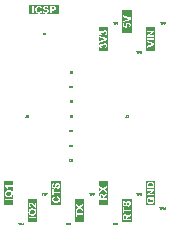
<source format=gto>
G04*
G04 #@! TF.GenerationSoftware,Altium Limited,Altium Designer,25.2.1 (25)*
G04*
G04 Layer_Color=65535*
%FSLAX44Y44*%
%MOMM*%
G71*
G04*
G04 #@! TF.SameCoordinates,9FA7296E-CC3D-4323-95AD-B8A560F7C429*
G04*
G04*
G04 #@! TF.FilePolarity,Positive*
G04*
G01*
G75*
%ADD10C,0.0200*%
G36*
X99000Y24932D02*
X91000D01*
Y45000D01*
X99000D01*
Y24932D01*
D02*
G37*
G36*
X99000Y155000D02*
X91000D01*
Y175000D01*
X99000D01*
Y155000D01*
D02*
G37*
G36*
X19000Y25000D02*
X11000D01*
Y45000D01*
X19000D01*
Y25000D01*
D02*
G37*
G36*
X79000Y10000D02*
X71000D01*
Y30000D01*
X79000D01*
Y10000D01*
D02*
G37*
G36*
X59000Y25000D02*
X51000D01*
Y45000D01*
X59000D01*
Y25000D01*
D02*
G37*
G36*
X39000Y10000D02*
X31000D01*
Y30000D01*
X39000D01*
Y10000D01*
D02*
G37*
G36*
X119000Y170000D02*
X111000D01*
Y190000D01*
X119000D01*
Y170000D01*
D02*
G37*
G36*
X139000Y155000D02*
X131000D01*
Y175000D01*
X139000D01*
Y155000D01*
D02*
G37*
G36*
X57500Y186000D02*
X32500D01*
Y194000D01*
X57500D01*
Y186000D01*
D02*
G37*
G36*
X139000Y25000D02*
X131000D01*
Y45000D01*
X139000D01*
Y25000D01*
D02*
G37*
G36*
X119000Y10000D02*
X111000D01*
Y30000D01*
X119000D01*
Y10000D01*
D02*
G37*
%LPC*%
G36*
X98199Y40837D02*
X94866Y38632D01*
X91801Y40643D01*
Y40837D01*
Y39145D01*
X93720Y37874D01*
X91801Y36607D01*
Y35095D01*
X94871Y37106D01*
X98199Y34892D01*
X91801D01*
D01*
X98199D01*
Y36440D01*
X96035Y37864D01*
X98199Y39283D01*
Y38632D01*
Y39283D01*
Y40837D01*
D02*
G37*
G36*
Y34841D02*
X91801D01*
D01*
X98199D01*
X96951Y34060D01*
X96817Y33977D01*
X96692Y33893D01*
X96581Y33819D01*
X96475Y33750D01*
X96382Y33685D01*
X96294Y33625D01*
X96221Y33570D01*
X96156Y33519D01*
X96096Y33473D01*
X96045Y33436D01*
X96003Y33403D01*
X95971Y33376D01*
X95948Y33352D01*
X95929Y33339D01*
X95920Y33329D01*
X95915Y33325D01*
X95809Y33218D01*
X95707Y33103D01*
X95615Y32987D01*
X95532Y32876D01*
X95499Y32826D01*
X95467Y32779D01*
X95439Y32738D01*
X95416Y32701D01*
X95398Y32673D01*
X95384Y32650D01*
X95379Y32636D01*
X95374Y32631D01*
X95347Y32784D01*
X95314Y32927D01*
X95277Y33061D01*
X95231Y33186D01*
X95185Y33302D01*
X95134Y33403D01*
X95088Y33496D01*
X95037Y33584D01*
X94986Y33658D01*
X94940Y33722D01*
X94898Y33773D01*
X94861Y33819D01*
X94829Y33852D01*
X94806Y33879D01*
X94792Y33893D01*
X94787Y33898D01*
X94695Y33972D01*
X94602Y34037D01*
X94501Y34097D01*
X94404Y34143D01*
X94302Y34185D01*
X94205Y34221D01*
X94108Y34249D01*
X94015Y34272D01*
X93927Y34286D01*
X93849Y34300D01*
X93775Y34309D01*
X93715Y34319D01*
X93664D01*
X93627Y34323D01*
X93604D01*
X93595D01*
X93488Y34319D01*
X93391Y34309D01*
X93294Y34295D01*
X93202Y34282D01*
X93114Y34258D01*
X93031Y34235D01*
X92952Y34208D01*
X92883Y34185D01*
X92818Y34157D01*
X92758Y34129D01*
X92712Y34106D01*
X92670Y34088D01*
X92638Y34069D01*
X92610Y34055D01*
X92596Y34046D01*
X92592Y34041D01*
X92513Y33986D01*
X92439Y33930D01*
X92370Y33870D01*
X92310Y33810D01*
X92254Y33745D01*
X92203Y33685D01*
X92157Y33625D01*
X92115Y33565D01*
X92083Y33510D01*
X92055Y33459D01*
X92028Y33413D01*
X92009Y33376D01*
X91995Y33343D01*
X91986Y33315D01*
X91977Y33302D01*
Y33297D01*
X91944Y33205D01*
X91917Y33098D01*
X91894Y32987D01*
X91875Y32872D01*
X91843Y32622D01*
X91833Y32502D01*
X91824Y32382D01*
X91815Y32266D01*
X91810Y32160D01*
X91806Y32063D01*
Y31975D01*
X91801Y31906D01*
Y29095D01*
X98199D01*
Y34841D01*
D02*
G37*
%LPD*%
G36*
Y30385D02*
X95527D01*
Y30722D01*
X95532Y30801D01*
Y30870D01*
X95536Y30930D01*
X95546Y30990D01*
X95550Y31046D01*
X95555Y31092D01*
X95564Y31133D01*
X95569Y31170D01*
X95578Y31203D01*
X95583Y31231D01*
X95587Y31254D01*
X95592Y31268D01*
X95596Y31281D01*
X95601Y31291D01*
X95633Y31369D01*
X95675Y31439D01*
X95717Y31503D01*
X95763Y31563D01*
X95804Y31610D01*
X95837Y31647D01*
X95860Y31670D01*
X95869Y31679D01*
X95911Y31716D01*
X95966Y31762D01*
X96026Y31813D01*
X96096Y31864D01*
X96174Y31919D01*
X96253Y31975D01*
X96410Y32090D01*
X96489Y32146D01*
X96562Y32197D01*
X96627Y32243D01*
X96687Y32285D01*
X96738Y32317D01*
X96775Y32340D01*
X96798Y32359D01*
X96808Y32363D01*
X98199Y33292D01*
Y30385D01*
D02*
G37*
G36*
X93780Y32987D02*
X93872Y32973D01*
X93955Y32950D01*
X94025Y32927D01*
X94080Y32899D01*
X94122Y32881D01*
X94149Y32862D01*
X94159Y32858D01*
X94228Y32807D01*
X94284Y32747D01*
X94330Y32687D01*
X94367Y32631D01*
X94395Y32576D01*
X94418Y32534D01*
X94427Y32506D01*
X94431Y32502D01*
Y32497D01*
X94445Y32446D01*
X94454Y32382D01*
X94464Y32303D01*
X94473Y32220D01*
X94482Y32127D01*
X94487Y32030D01*
X94496Y31832D01*
X94501Y31734D01*
Y31559D01*
X94505Y31485D01*
Y30385D01*
X92883D01*
Y31767D01*
X92887Y31869D01*
Y31956D01*
X92892Y32030D01*
Y32155D01*
X92897Y32201D01*
Y32238D01*
X92901Y32271D01*
Y32294D01*
X92906Y32312D01*
Y32331D01*
X92934Y32442D01*
X92971Y32539D01*
X93012Y32622D01*
X93054Y32691D01*
X93095Y32747D01*
X93128Y32784D01*
X93151Y32807D01*
X93155Y32816D01*
X93160D01*
X93239Y32876D01*
X93322Y32918D01*
X93410Y32950D01*
X93493Y32969D01*
X93567Y32983D01*
X93595Y32987D01*
X93622D01*
X93646Y32992D01*
X93664D01*
X93673D01*
X93678D01*
X93780Y32987D01*
D02*
G37*
%LPC*%
G36*
X96274Y172588D02*
X96237D01*
X96130Y172584D01*
X96029Y172575D01*
X95932Y172556D01*
X95839Y172538D01*
X95751Y172514D01*
X95668Y172487D01*
X95594Y172454D01*
X95525Y172427D01*
X95465Y172394D01*
X95409Y172362D01*
X95358Y172334D01*
X95321Y172311D01*
X95289Y172292D01*
X95266Y172274D01*
X95252Y172265D01*
X95247Y172260D01*
X95173Y172195D01*
X95109Y172126D01*
X95044Y172057D01*
X94993Y171983D01*
X94942Y171914D01*
X94901Y171840D01*
X94864Y171765D01*
X94831Y171696D01*
X94803Y171632D01*
X94780Y171571D01*
X94757Y171521D01*
X94743Y171474D01*
X94734Y171433D01*
X94725Y171405D01*
X94720Y171387D01*
Y171382D01*
X94674Y171465D01*
X94623Y171544D01*
X94572Y171618D01*
X94517Y171687D01*
X94466Y171752D01*
X94411Y171812D01*
X94300Y171918D01*
X94184Y172006D01*
X94073Y172080D01*
X93962Y172140D01*
X93861Y172191D01*
X93759Y172228D01*
X93666Y172256D01*
X93588Y172279D01*
X93514Y172292D01*
X93454Y172302D01*
X93412Y172306D01*
X93384D01*
X93375D01*
X93264Y172302D01*
X93158Y172288D01*
X93056Y172265D01*
X92959Y172237D01*
X92867Y172200D01*
X92779Y172163D01*
X92696Y172122D01*
X92622Y172080D01*
X92552Y172038D01*
X92492Y171997D01*
X92441Y171960D01*
X92395Y171923D01*
X92358Y171895D01*
X92335Y171872D01*
X92317Y171858D01*
X92312Y171853D01*
X92210Y171747D01*
X92122Y171636D01*
X92044Y171516D01*
X91979Y171396D01*
X91924Y171276D01*
X91873Y171155D01*
X91836Y171040D01*
X91808Y170924D01*
X91780Y170818D01*
X91766Y170721D01*
X91753Y170633D01*
X91743Y170554D01*
X91739Y170494D01*
X91734Y170448D01*
Y172588D01*
D01*
Y168340D01*
D01*
Y170309D01*
X91743Y170212D01*
X91766Y170032D01*
X91780Y169949D01*
X91799Y169870D01*
X91813Y169796D01*
X91831Y169727D01*
X91850Y169667D01*
X91868Y169611D01*
X91887Y169565D01*
X91900Y169524D01*
X91914Y169491D01*
X91924Y169468D01*
X91928Y169454D01*
X91933Y169450D01*
X92011Y169297D01*
X92058Y169232D01*
X92104Y169167D01*
X92145Y169107D01*
X92192Y169052D01*
X92238Y169001D01*
X92280Y168960D01*
X92321Y168918D01*
X92358Y168881D01*
X92390Y168853D01*
X92423Y168830D01*
X92446Y168807D01*
X92464Y168793D01*
X92474Y168789D01*
X92478Y168784D01*
X92548Y168742D01*
X92617Y168701D01*
X92769Y168631D01*
X92927Y168571D01*
X93075Y168520D01*
X93139Y168497D01*
X93204Y168483D01*
X93259Y168465D01*
X93310Y168456D01*
X93352Y168446D01*
X93380Y168437D01*
X93403Y168433D01*
X93407D01*
X93597Y169561D01*
X93523Y169570D01*
X93449Y169584D01*
X93384Y169602D01*
X93324Y169621D01*
X93264Y169644D01*
X93213Y169667D01*
X93167Y169690D01*
X93125Y169713D01*
X93089Y169736D01*
X93056Y169755D01*
X93028Y169778D01*
X93005Y169792D01*
X92987Y169810D01*
X92973Y169819D01*
X92968Y169824D01*
X92964Y169829D01*
X92927Y169870D01*
X92890Y169916D01*
X92834Y170009D01*
X92797Y170101D01*
X92769Y170184D01*
X92751Y170259D01*
X92746Y170291D01*
Y170319D01*
X92742Y170337D01*
Y170369D01*
X92751Y170485D01*
X92774Y170582D01*
X92802Y170670D01*
X92839Y170744D01*
X92876Y170804D01*
X92904Y170846D01*
X92927Y170873D01*
X92936Y170883D01*
X93014Y170947D01*
X93098Y170993D01*
X93181Y171031D01*
X93264Y171054D01*
X93338Y171068D01*
X93366Y171072D01*
X93394D01*
X93417Y171077D01*
X93435D01*
X93444D01*
X93449D01*
X93518Y171072D01*
X93583Y171068D01*
X93648Y171054D01*
X93703Y171035D01*
X93810Y170993D01*
X93897Y170947D01*
X93934Y170920D01*
X93967Y170896D01*
X93995Y170873D01*
X94018Y170855D01*
X94036Y170836D01*
X94050Y170823D01*
X94055Y170818D01*
X94059Y170813D01*
X94101Y170762D01*
X94133Y170707D01*
X94161Y170647D01*
X94189Y170582D01*
X94226Y170457D01*
X94249Y170333D01*
X94258Y170277D01*
X94263Y170222D01*
X94267Y170175D01*
X94272Y170134D01*
Y170051D01*
X95270Y169916D01*
X95238Y170032D01*
X95215Y170138D01*
X95201Y170235D01*
X95187Y170319D01*
X95183Y170383D01*
Y170411D01*
X95178Y170434D01*
Y170476D01*
X95183Y170541D01*
X95192Y170605D01*
X95201Y170665D01*
X95220Y170721D01*
X95266Y170823D01*
X95312Y170910D01*
X95363Y170984D01*
X95386Y171012D01*
X95409Y171035D01*
X95428Y171058D01*
X95437Y171072D01*
X95446Y171077D01*
X95451Y171081D01*
X95502Y171128D01*
X95562Y171165D01*
X95622Y171197D01*
X95682Y171225D01*
X95802Y171271D01*
X95922Y171299D01*
X95973Y171313D01*
X96024Y171317D01*
X96070Y171322D01*
X96107Y171326D01*
X96139Y171331D01*
X96167D01*
X96181D01*
X96186D01*
X96274Y171326D01*
X96361Y171322D01*
X96440Y171308D01*
X96514Y171289D01*
X96583Y171271D01*
X96648Y171248D01*
X96704Y171225D01*
X96759Y171202D01*
X96805Y171174D01*
X96847Y171151D01*
X96879Y171128D01*
X96911Y171109D01*
X96935Y171091D01*
X96948Y171077D01*
X96958Y171072D01*
X96962Y171068D01*
X97013Y171017D01*
X97055Y170966D01*
X97097Y170915D01*
X97129Y170860D01*
X97156Y170804D01*
X97180Y170753D01*
X97212Y170651D01*
X97235Y170564D01*
X97240Y170527D01*
X97244Y170494D01*
X97249Y170466D01*
Y170430D01*
X97244Y170365D01*
X97240Y170305D01*
X97212Y170189D01*
X97175Y170088D01*
X97129Y170000D01*
X97087Y169926D01*
X97069Y169898D01*
X97050Y169875D01*
X97036Y169856D01*
X97022Y169842D01*
X97018Y169833D01*
X97013Y169829D01*
X96967Y169787D01*
X96916Y169745D01*
X96801Y169681D01*
X96685Y169625D01*
X96574Y169588D01*
X96523Y169570D01*
X96472Y169561D01*
X96431Y169547D01*
X96389Y169542D01*
X96357Y169533D01*
X96334D01*
X96320Y169528D01*
X96315D01*
X96463Y168340D01*
X96611Y168363D01*
X96750Y168396D01*
X96884Y168433D01*
X97004Y168479D01*
X97120Y168534D01*
X97231Y168590D01*
X97328Y168645D01*
X97415Y168705D01*
X97494Y168761D01*
X97568Y168816D01*
X97628Y168867D01*
X97674Y168909D01*
X97716Y168946D01*
X97744Y168978D01*
X97762Y168997D01*
X97767Y169001D01*
X97855Y169112D01*
X97933Y169228D01*
X97998Y169348D01*
X98053Y169468D01*
X98104Y169588D01*
X98146Y169708D01*
X98178Y169824D01*
X98201Y169935D01*
X98224Y170041D01*
X98238Y170134D01*
X98252Y170222D01*
X98257Y170296D01*
X98261Y170356D01*
X98266Y170402D01*
Y170439D01*
X98261Y170605D01*
X98238Y170767D01*
X98210Y170920D01*
X98174Y171063D01*
X98127Y171202D01*
X98076Y171326D01*
X98026Y171442D01*
X97970Y171548D01*
X97915Y171641D01*
X97859Y171729D01*
X97813Y171798D01*
X97767Y171858D01*
X97730Y171904D01*
X97697Y171941D01*
X97679Y171960D01*
X97674Y171969D01*
X97559Y172080D01*
X97443Y172172D01*
X97323Y172256D01*
X97198Y172330D01*
X97078Y172385D01*
X96958Y172436D01*
X96842Y172477D01*
X96731Y172510D01*
X96630Y172538D01*
X96537Y172556D01*
X96449Y172570D01*
X96380Y172579D01*
X96320Y172584D01*
X96274Y172588D01*
D02*
G37*
G36*
X98155Y167998D02*
X91757D01*
Y162044D01*
X98155Y164328D01*
Y165719D01*
X91757Y167998D01*
X98155D01*
D01*
D02*
G37*
G36*
X98266Y161660D02*
X91734D01*
D01*
X96237D01*
X96130Y161656D01*
X96029Y161646D01*
X95932Y161628D01*
X95839Y161609D01*
X95751Y161586D01*
X95668Y161558D01*
X95594Y161526D01*
X95525Y161498D01*
X95465Y161466D01*
X95409Y161434D01*
X95358Y161406D01*
X95321Y161383D01*
X95289Y161364D01*
X95266Y161346D01*
X95252Y161336D01*
X95247Y161332D01*
X95173Y161267D01*
X95109Y161198D01*
X95044Y161129D01*
X94993Y161054D01*
X94942Y160985D01*
X94901Y160911D01*
X94864Y160837D01*
X94831Y160768D01*
X94803Y160703D01*
X94780Y160643D01*
X94757Y160592D01*
X94743Y160546D01*
X94734Y160504D01*
X94725Y160477D01*
X94720Y160458D01*
Y160454D01*
X94674Y160537D01*
X94623Y160615D01*
X94572Y160689D01*
X94517Y160759D01*
X94466Y160823D01*
X94411Y160884D01*
X94300Y160990D01*
X94184Y161078D01*
X94073Y161152D01*
X93962Y161212D01*
X93861Y161262D01*
X93759Y161299D01*
X93666Y161327D01*
X93588Y161350D01*
X93514Y161364D01*
X93454Y161374D01*
X93412Y161378D01*
X93384D01*
X93375D01*
X93264Y161374D01*
X93158Y161360D01*
X93056Y161336D01*
X92959Y161309D01*
X92867Y161272D01*
X92779Y161235D01*
X92696Y161193D01*
X92622Y161152D01*
X92552Y161110D01*
X92492Y161068D01*
X92441Y161031D01*
X92395Y160994D01*
X92358Y160967D01*
X92335Y160944D01*
X92317Y160930D01*
X92312Y160925D01*
X92210Y160819D01*
X92122Y160708D01*
X92044Y160588D01*
X91979Y160467D01*
X91924Y160347D01*
X91873Y160227D01*
X91836Y160112D01*
X91808Y159996D01*
X91780Y159890D01*
X91766Y159792D01*
X91753Y159705D01*
X91743Y159626D01*
X91739Y159566D01*
X91734Y159520D01*
Y159381D01*
X91743Y159284D01*
X91766Y159104D01*
X91780Y159021D01*
X91799Y158942D01*
X91813Y158868D01*
X91831Y158799D01*
X91850Y158738D01*
X91868Y158683D01*
X91887Y158637D01*
X91900Y158595D01*
X91914Y158563D01*
X91924Y158540D01*
X91928Y158526D01*
X91933Y158521D01*
X92011Y158369D01*
X92058Y158304D01*
X92104Y158239D01*
X92145Y158179D01*
X92192Y158124D01*
X92238Y158073D01*
X92280Y158031D01*
X92321Y157990D01*
X92358Y157953D01*
X92390Y157925D01*
X92423Y157902D01*
X92446Y157879D01*
X92464Y157865D01*
X92474Y157860D01*
X92478Y157856D01*
X92548Y157814D01*
X92617Y157772D01*
X92769Y157703D01*
X92927Y157643D01*
X93075Y157592D01*
X93139Y157569D01*
X93204Y157555D01*
X93259Y157537D01*
X93310Y157527D01*
X93352Y157518D01*
X93380Y157509D01*
X93403Y157504D01*
X93407D01*
X93597Y158632D01*
X93523Y158641D01*
X93449Y158655D01*
X93384Y158674D01*
X93324Y158692D01*
X93264Y158715D01*
X93213Y158738D01*
X93167Y158762D01*
X93125Y158785D01*
X93089Y158808D01*
X93056Y158826D01*
X93028Y158849D01*
X93005Y158863D01*
X92987Y158882D01*
X92973Y158891D01*
X92968Y158896D01*
X92964Y158900D01*
X92927Y158942D01*
X92890Y158988D01*
X92834Y159081D01*
X92797Y159173D01*
X92769Y159256D01*
X92751Y159330D01*
X92746Y159363D01*
Y159390D01*
X92742Y159409D01*
Y159441D01*
X92751Y159557D01*
X92774Y159654D01*
X92802Y159742D01*
X92839Y159816D01*
X92876Y159876D01*
X92904Y159917D01*
X92927Y159945D01*
X92936Y159954D01*
X93014Y160019D01*
X93098Y160065D01*
X93181Y160102D01*
X93264Y160125D01*
X93338Y160139D01*
X93366Y160144D01*
X93394D01*
X93417Y160148D01*
X93435D01*
X93444D01*
X93449D01*
X93518Y160144D01*
X93583Y160139D01*
X93648Y160125D01*
X93703Y160107D01*
X93810Y160065D01*
X93897Y160019D01*
X93934Y159991D01*
X93967Y159968D01*
X93995Y159945D01*
X94018Y159927D01*
X94036Y159908D01*
X94050Y159894D01*
X94055Y159890D01*
X94059Y159885D01*
X94101Y159834D01*
X94133Y159779D01*
X94161Y159719D01*
X94189Y159654D01*
X94226Y159529D01*
X94249Y159404D01*
X94258Y159349D01*
X94263Y159293D01*
X94267Y159247D01*
X94272Y159205D01*
Y159122D01*
X95270Y158988D01*
X95238Y159104D01*
X95215Y159210D01*
X95201Y159307D01*
X95187Y159390D01*
X95183Y159455D01*
Y159483D01*
X95178Y159506D01*
Y159548D01*
X95183Y159612D01*
X95192Y159677D01*
X95201Y159737D01*
X95220Y159792D01*
X95266Y159894D01*
X95312Y159982D01*
X95363Y160056D01*
X95386Y160084D01*
X95409Y160107D01*
X95428Y160130D01*
X95437Y160144D01*
X95446Y160148D01*
X95451Y160153D01*
X95502Y160199D01*
X95562Y160236D01*
X95622Y160269D01*
X95682Y160296D01*
X95802Y160343D01*
X95922Y160370D01*
X95973Y160384D01*
X96024Y160389D01*
X96070Y160394D01*
X96107Y160398D01*
X96139Y160403D01*
X96167D01*
X96181D01*
X96186D01*
X96274Y160398D01*
X96361Y160394D01*
X96440Y160380D01*
X96514Y160361D01*
X96583Y160343D01*
X96648Y160319D01*
X96704Y160296D01*
X96759Y160273D01*
X96805Y160245D01*
X96847Y160222D01*
X96879Y160199D01*
X96911Y160181D01*
X96935Y160162D01*
X96948Y160148D01*
X96958Y160144D01*
X96962Y160139D01*
X97013Y160088D01*
X97055Y160037D01*
X97097Y159987D01*
X97129Y159931D01*
X97156Y159876D01*
X97180Y159825D01*
X97212Y159723D01*
X97235Y159635D01*
X97240Y159598D01*
X97244Y159566D01*
X97249Y159538D01*
Y159501D01*
X97244Y159437D01*
X97240Y159376D01*
X97212Y159261D01*
X97175Y159159D01*
X97129Y159071D01*
X97087Y158997D01*
X97069Y158970D01*
X97050Y158947D01*
X97036Y158928D01*
X97022Y158914D01*
X97018Y158905D01*
X97013Y158900D01*
X96967Y158859D01*
X96916Y158817D01*
X96801Y158752D01*
X96685Y158697D01*
X96574Y158660D01*
X96523Y158641D01*
X96472Y158632D01*
X96431Y158618D01*
X96389Y158614D01*
X96357Y158604D01*
X96334D01*
X96320Y158600D01*
X96315D01*
X96463Y157412D01*
D01*
X96611Y157435D01*
X96750Y157467D01*
X96884Y157504D01*
X97004Y157550D01*
X97120Y157606D01*
X97231Y157661D01*
X97328Y157717D01*
X97415Y157777D01*
X97494Y157832D01*
X97568Y157888D01*
X97628Y157939D01*
X97674Y157980D01*
X97716Y158017D01*
X97744Y158050D01*
X97762Y158068D01*
X97767Y158073D01*
X97855Y158184D01*
X97933Y158299D01*
X97998Y158420D01*
X98053Y158540D01*
X98104Y158660D01*
X98146Y158780D01*
X98178Y158896D01*
X98201Y159007D01*
X98224Y159113D01*
X98238Y159205D01*
X98252Y159293D01*
X98257Y159367D01*
X98261Y159427D01*
X98266Y159473D01*
Y159510D01*
X98261Y159677D01*
X98238Y159839D01*
X98210Y159991D01*
X98174Y160135D01*
X98127Y160273D01*
X98076Y160398D01*
X98026Y160514D01*
X97970Y160620D01*
X97915Y160712D01*
X97859Y160800D01*
X97813Y160870D01*
X97767Y160930D01*
X97730Y160976D01*
X97697Y161013D01*
X97679Y161031D01*
X97674Y161041D01*
X97559Y161152D01*
X97443Y161244D01*
X97323Y161327D01*
X97198Y161401D01*
X97078Y161457D01*
X96958Y161508D01*
X96842Y161549D01*
X96731Y161581D01*
X96630Y161609D01*
X96537Y161628D01*
X96449Y161642D01*
X96380Y161651D01*
X96320Y161656D01*
X96274Y161660D01*
X98266D01*
D01*
D02*
G37*
%LPD*%
G36*
X96491Y165063D02*
X91757Y163440D01*
Y166625D01*
X96491Y165063D01*
D02*
G37*
%LPC*%
G36*
X18197Y41171D02*
X11776D01*
Y38361D01*
D01*
Y40173D01*
X11882Y40131D01*
X11988Y40080D01*
X12090Y40025D01*
X12182Y39965D01*
X12275Y39900D01*
X12358Y39836D01*
X12437Y39771D01*
X12511Y39711D01*
X12575Y39646D01*
X12631Y39590D01*
X12682Y39540D01*
X12723Y39493D01*
X12756Y39456D01*
X12783Y39424D01*
X12797Y39406D01*
X12802Y39401D01*
X12881Y39295D01*
X12954Y39193D01*
X13019Y39096D01*
X13079Y38999D01*
X13135Y38911D01*
X13181Y38823D01*
X13223Y38744D01*
X13264Y38671D01*
X13297Y38601D01*
X13324Y38541D01*
X13343Y38490D01*
X13361Y38444D01*
X13375Y38407D01*
X13384Y38384D01*
X13394Y38365D01*
Y38361D01*
X14508D01*
X14448Y38527D01*
X14383Y38689D01*
X14309Y38846D01*
X14235Y38994D01*
X14161Y39133D01*
X14082Y39262D01*
X14004Y39383D01*
X13930Y39493D01*
X13860Y39595D01*
X13791Y39683D01*
X13731Y39762D01*
X13680Y39826D01*
X13639Y39877D01*
X13606Y39914D01*
X13588Y39937D01*
X13578Y39946D01*
X18197D01*
Y41171D01*
D02*
G37*
G36*
X18308Y37298D02*
D01*
Y34200D01*
X18303Y34330D01*
X18298Y34459D01*
X18271Y34704D01*
X18229Y34931D01*
X18169Y35148D01*
X18104Y35347D01*
X18030Y35532D01*
X17952Y35703D01*
X17868Y35855D01*
X17790Y35989D01*
X17711Y36109D01*
X17637Y36216D01*
X17568Y36299D01*
X17540Y36336D01*
X17513Y36364D01*
X17489Y36391D01*
X17471Y36415D01*
X17457Y36428D01*
X17443Y36442D01*
X17439Y36447D01*
X17434Y36452D01*
X17351Y36530D01*
X17263Y36600D01*
X17170Y36669D01*
X17078Y36729D01*
X16884Y36845D01*
X16685Y36942D01*
X16486Y37025D01*
X16283Y37090D01*
X16084Y37145D01*
X15895Y37191D01*
X15714Y37228D01*
X15548Y37251D01*
X15469Y37265D01*
X15395Y37270D01*
X15331Y37279D01*
X15266Y37284D01*
X15210Y37288D01*
X15159Y37293D01*
X15118D01*
X15081Y37298D01*
X18308D01*
X14868D01*
X14725Y37288D01*
X14457Y37261D01*
X14207Y37219D01*
X13972Y37164D01*
X13754Y37099D01*
X13551Y37030D01*
X13370Y36951D01*
X13204Y36872D01*
X13130Y36831D01*
X13061Y36794D01*
X12991Y36752D01*
X12931Y36715D01*
X12876Y36678D01*
X12820Y36646D01*
X12774Y36613D01*
X12733Y36581D01*
X12696Y36553D01*
X12663Y36526D01*
X12636Y36502D01*
X12612Y36484D01*
X12594Y36470D01*
X12580Y36456D01*
X12575Y36452D01*
X12571Y36447D01*
X12492Y36364D01*
X12418Y36281D01*
X12344Y36193D01*
X12279Y36105D01*
X12164Y35920D01*
X12062Y35735D01*
X11979Y35545D01*
X11905Y35356D01*
X11850Y35171D01*
X11803Y34995D01*
X11766Y34829D01*
X11739Y34676D01*
X11729Y34602D01*
X11720Y34538D01*
X11711Y34473D01*
X11706Y34418D01*
X11702Y34362D01*
X11697Y34316D01*
Y34279D01*
X11692Y34246D01*
Y34182D01*
X11697Y34039D01*
X11702Y33900D01*
X11716Y33766D01*
X11734Y33636D01*
X11753Y33516D01*
X11771Y33401D01*
X11794Y33299D01*
X11817Y33202D01*
X11845Y33114D01*
X11868Y33035D01*
X11887Y32966D01*
X11905Y32911D01*
X11924Y32864D01*
X11937Y32832D01*
X11942Y32813D01*
X11947Y32804D01*
X11984Y32721D01*
X12025Y32638D01*
X12118Y32485D01*
X12215Y32342D01*
X12261Y32277D01*
X12307Y32217D01*
X12349Y32166D01*
X12391Y32115D01*
X12428Y32074D01*
X12460Y32037D01*
X12488Y32009D01*
X12506Y31991D01*
X12520Y31977D01*
X12524Y31972D01*
X12672Y31838D01*
X12825Y31723D01*
X12973Y31621D01*
X13107Y31538D01*
X13172Y31501D01*
X13227Y31468D01*
X13278Y31440D01*
X13320Y31422D01*
X13357Y31404D01*
X13380Y31390D01*
X13398Y31385D01*
X13403Y31380D01*
X13532Y31330D01*
X13662Y31283D01*
X13800Y31246D01*
X13939Y31214D01*
X14073Y31186D01*
X14212Y31158D01*
X14341Y31140D01*
X14471Y31126D01*
X14586Y31112D01*
X14697Y31103D01*
X14794Y31098D01*
X14878Y31094D01*
X14947Y31089D01*
X15039D01*
X15183Y31094D01*
X15317Y31098D01*
X15580Y31126D01*
X15830Y31168D01*
X16061Y31219D01*
X16274Y31283D01*
X16472Y31357D01*
X16653Y31431D01*
X16815Y31510D01*
X16958Y31588D01*
X17023Y31625D01*
X17083Y31662D01*
X17138Y31699D01*
X17189Y31736D01*
X17235Y31769D01*
X17277Y31801D01*
X17314Y31829D01*
X17346Y31852D01*
X17374Y31875D01*
X17397Y31893D01*
X17415Y31912D01*
X17429Y31921D01*
X17434Y31930D01*
X17439D01*
X17517Y32009D01*
X17591Y32097D01*
X17660Y32180D01*
X17725Y32268D01*
X17841Y32453D01*
X17943Y32642D01*
X18026Y32832D01*
X18095Y33017D01*
X18155Y33202D01*
X18197Y33382D01*
X18234Y33549D01*
X18261Y33706D01*
X18271Y33775D01*
X18280Y33844D01*
X18289Y33905D01*
X18294Y33965D01*
X18298Y34015D01*
X18303Y34062D01*
Y34103D01*
X18308Y34136D01*
Y37298D01*
D02*
G37*
G36*
X11692Y34039D02*
Y33997D01*
D01*
Y34039D01*
D02*
G37*
G36*
Y33965D02*
Y33918D01*
D01*
Y33965D01*
D02*
G37*
G36*
Y33905D02*
Y33900D01*
D01*
Y33905D01*
D02*
G37*
G36*
Y33793D02*
Y33775D01*
D01*
Y33793D01*
D02*
G37*
G36*
Y33706D02*
Y33669D01*
D01*
Y33706D01*
D02*
G37*
G36*
Y33558D02*
Y33549D01*
D01*
Y33558D01*
D02*
G37*
G36*
Y33188D02*
Y33119D01*
D01*
Y33188D01*
D02*
G37*
G36*
Y33059D02*
Y33035D01*
D01*
Y33059D01*
D02*
G37*
G36*
Y33012D02*
Y33003D01*
D01*
Y33012D01*
D02*
G37*
G36*
Y32832D02*
D01*
D01*
D01*
D02*
G37*
G36*
Y32642D02*
Y32638D01*
D01*
Y32642D01*
D02*
G37*
G36*
Y32434D02*
Y32430D01*
D01*
Y32434D01*
D02*
G37*
G36*
Y32277D02*
Y32268D01*
D01*
Y32277D01*
D02*
G37*
G36*
Y32097D02*
Y32074D01*
D01*
Y32097D01*
D02*
G37*
G36*
Y31662D02*
Y31625D01*
D01*
Y31662D01*
D02*
G37*
G36*
X18197Y30118D02*
X11799D01*
Y28829D01*
X18197D01*
Y30118D01*
D02*
G37*
%LPD*%
G36*
X15183Y35962D02*
X15372Y35943D01*
X15548Y35920D01*
X15710Y35888D01*
X15858Y35851D01*
X15996Y35809D01*
X16121Y35763D01*
X16232Y35717D01*
X16329Y35670D01*
X16412Y35624D01*
X16486Y35582D01*
X16542Y35545D01*
X16588Y35513D01*
X16620Y35490D01*
X16644Y35472D01*
X16648Y35467D01*
X16745Y35370D01*
X16833Y35268D01*
X16907Y35166D01*
X16967Y35060D01*
X17023Y34954D01*
X17069Y34848D01*
X17106Y34746D01*
X17134Y34644D01*
X17157Y34552D01*
X17175Y34468D01*
X17184Y34390D01*
X17194Y34325D01*
X17198Y34270D01*
X17203Y34228D01*
Y34196D01*
X17198Y34052D01*
X17180Y33918D01*
X17152Y33793D01*
X17115Y33669D01*
X17073Y33558D01*
X17027Y33451D01*
X16976Y33354D01*
X16921Y33266D01*
X16870Y33188D01*
X16819Y33119D01*
X16773Y33059D01*
X16731Y33012D01*
X16694Y32971D01*
X16667Y32943D01*
X16648Y32924D01*
X16644Y32920D01*
X16532Y32832D01*
X16412Y32753D01*
X16283Y32689D01*
X16149Y32633D01*
X16015Y32582D01*
X15876Y32541D01*
X15742Y32508D01*
X15613Y32485D01*
X15488Y32462D01*
X15372Y32448D01*
X15266Y32434D01*
X15178Y32430D01*
X15099Y32425D01*
X15072Y32420D01*
X15044D01*
X15026D01*
X15012D01*
X15002D01*
X14998D01*
X14799Y32425D01*
X14609Y32444D01*
X14434Y32467D01*
X14272Y32494D01*
X14124Y32531D01*
X13990Y32573D01*
X13870Y32619D01*
X13759Y32666D01*
X13662Y32707D01*
X13578Y32753D01*
X13509Y32795D01*
X13449Y32832D01*
X13403Y32860D01*
X13375Y32887D01*
X13352Y32901D01*
X13347Y32906D01*
X13250Y33003D01*
X13167Y33100D01*
X13093Y33206D01*
X13028Y33313D01*
X12978Y33424D01*
X12931Y33530D01*
X12894Y33636D01*
X12867Y33733D01*
X12844Y33830D01*
X12825Y33918D01*
X12816Y33997D01*
X12807Y34062D01*
X12802Y34117D01*
X12797Y34159D01*
Y34196D01*
X12802Y34344D01*
X12820Y34482D01*
X12848Y34612D01*
X12881Y34732D01*
X12922Y34848D01*
X12968Y34954D01*
X13019Y35051D01*
X13065Y35139D01*
X13116Y35217D01*
X13167Y35287D01*
X13213Y35342D01*
X13255Y35393D01*
X13287Y35430D01*
X13315Y35458D01*
X13333Y35476D01*
X13338Y35481D01*
X13444Y35569D01*
X13565Y35643D01*
X13690Y35707D01*
X13823Y35763D01*
X13958Y35809D01*
X14096Y35846D01*
X14230Y35878D01*
X14360Y35906D01*
X14485Y35925D01*
X14600Y35938D01*
X14706Y35952D01*
X14799Y35957D01*
X14841Y35962D01*
X14873D01*
X14905Y35966D01*
X14933D01*
X14951D01*
X14965D01*
X14975D01*
X14979D01*
X15183Y35962D01*
D02*
G37*
%LPC*%
G36*
X78199Y25603D02*
X71801D01*
Y19861D01*
X74871Y21872D01*
X78199Y19658D01*
Y21207D01*
X76036Y22630D01*
X78199Y24050D01*
Y25603D01*
X74866Y23398D01*
X71801Y25409D01*
Y25603D01*
X78199D01*
D01*
D02*
G37*
G36*
Y19482D02*
X71801D01*
Y14397D01*
X72883D01*
Y16297D01*
X78199D01*
Y17587D01*
X72883D01*
Y19482D01*
X78199D01*
D01*
D02*
G37*
%LPD*%
G36*
X73720Y22640D02*
X71801Y21373D01*
Y23911D01*
X73720Y22640D01*
D02*
G37*
%LPC*%
G36*
X58310Y43506D02*
X51690D01*
Y38305D01*
D01*
Y40866D01*
X51695Y40732D01*
X51699Y40603D01*
X51709Y40478D01*
X51727Y40358D01*
X51741Y40247D01*
X51760Y40145D01*
X51783Y40048D01*
X51801Y39960D01*
X51824Y39882D01*
X51843Y39812D01*
X51866Y39752D01*
X51880Y39701D01*
X51894Y39664D01*
X51907Y39632D01*
X51912Y39614D01*
X51917Y39609D01*
X51958Y39512D01*
X52009Y39424D01*
X52060Y39341D01*
X52111Y39262D01*
X52166Y39193D01*
X52217Y39128D01*
X52273Y39068D01*
X52323Y39013D01*
X52374Y38966D01*
X52416Y38925D01*
X52457Y38888D01*
X52495Y38860D01*
X52522Y38837D01*
X52545Y38823D01*
X52559Y38814D01*
X52564Y38809D01*
X52642Y38763D01*
X52726Y38721D01*
X52804Y38684D01*
X52887Y38652D01*
X52966Y38624D01*
X53040Y38601D01*
X53114Y38587D01*
X53179Y38569D01*
X53243Y38560D01*
X53303Y38550D01*
X53354Y38546D01*
X53396Y38541D01*
X53433Y38537D01*
X53456D01*
X53474D01*
X53479D01*
X53618Y38541D01*
X53752Y38560D01*
X53881Y38592D01*
X54001Y38629D01*
X54113Y38671D01*
X54219Y38721D01*
X54316Y38777D01*
X54404Y38832D01*
X54487Y38883D01*
X54556Y38939D01*
X54621Y38990D01*
X54672Y39031D01*
X54709Y39068D01*
X54741Y39100D01*
X54760Y39119D01*
X54764Y39124D01*
X54834Y39211D01*
X54898Y39309D01*
X54963Y39415D01*
X55023Y39530D01*
X55079Y39646D01*
X55129Y39771D01*
X55176Y39891D01*
X55222Y40011D01*
X55259Y40122D01*
X55296Y40228D01*
X55328Y40325D01*
X55351Y40413D01*
X55370Y40483D01*
X55379Y40510D01*
X55384Y40533D01*
X55393Y40552D01*
Y40566D01*
X55398Y40575D01*
Y40580D01*
X55435Y40723D01*
X55467Y40857D01*
X55495Y40977D01*
X55522Y41084D01*
X55550Y41181D01*
X55573Y41264D01*
X55592Y41338D01*
X55610Y41403D01*
X55624Y41453D01*
X55638Y41500D01*
X55652Y41537D01*
X55661Y41569D01*
X55666Y41588D01*
X55670Y41606D01*
X55675Y41611D01*
Y41615D01*
X55698Y41675D01*
X55721Y41731D01*
X55767Y41828D01*
X55818Y41911D01*
X55860Y41976D01*
X55901Y42022D01*
X55929Y42054D01*
X55948Y42078D01*
X55957Y42082D01*
X56017Y42128D01*
X56082Y42161D01*
X56146Y42184D01*
X56207Y42198D01*
X56262Y42212D01*
X56304Y42216D01*
X56331D01*
X56336D01*
X56341D01*
X56405Y42212D01*
X56470Y42202D01*
X56526Y42189D01*
X56586Y42165D01*
X56687Y42115D01*
X56780Y42059D01*
X56817Y42027D01*
X56854Y41999D01*
X56881Y41971D01*
X56909Y41948D01*
X56928Y41925D01*
X56942Y41911D01*
X56951Y41902D01*
X56955Y41897D01*
X57002Y41837D01*
X57043Y41768D01*
X57076Y41694D01*
X57108Y41620D01*
X57131Y41541D01*
X57154Y41463D01*
X57187Y41310D01*
X57196Y41241D01*
X57205Y41171D01*
X57210Y41111D01*
X57214Y41061D01*
X57219Y41019D01*
Y40959D01*
X57214Y40852D01*
X57205Y40751D01*
X57191Y40654D01*
X57173Y40561D01*
X57150Y40478D01*
X57126Y40404D01*
X57099Y40330D01*
X57071Y40270D01*
X57043Y40210D01*
X57016Y40164D01*
X56993Y40118D01*
X56969Y40085D01*
X56951Y40057D01*
X56937Y40039D01*
X56928Y40025D01*
X56923Y40020D01*
X56863Y39960D01*
X56798Y39900D01*
X56729Y39849D01*
X56655Y39803D01*
X56576Y39762D01*
X56498Y39725D01*
X56345Y39660D01*
X56276Y39637D01*
X56211Y39618D01*
X56151Y39600D01*
X56096Y39586D01*
X56054Y39577D01*
X56022Y39567D01*
X56003Y39563D01*
X55994D01*
X56114Y38305D01*
D01*
X56308Y38333D01*
X56493Y38375D01*
X56664Y38421D01*
X56826Y38481D01*
X56969Y38541D01*
X57103Y38606D01*
X57228Y38671D01*
X57335Y38740D01*
X57432Y38805D01*
X57515Y38865D01*
X57589Y38925D01*
X57644Y38976D01*
X57691Y39017D01*
X57723Y39050D01*
X57746Y39068D01*
X57751Y39077D01*
X57848Y39207D01*
X57936Y39346D01*
X58010Y39493D01*
X58074Y39646D01*
X58130Y39799D01*
X58171Y39956D01*
X58208Y40108D01*
X58241Y40256D01*
X58264Y40395D01*
X58282Y40524D01*
X58292Y40644D01*
X58301Y40746D01*
X58305Y40788D01*
Y40829D01*
X58310Y40862D01*
Y41148D01*
Y40945D01*
X58305Y41097D01*
X58301Y41245D01*
X58287Y41384D01*
X58273Y41514D01*
X58254Y41634D01*
X58236Y41749D01*
X58218Y41856D01*
X58194Y41953D01*
X58171Y42036D01*
X58153Y42115D01*
X58134Y42179D01*
X58116Y42230D01*
X58102Y42276D01*
X58088Y42309D01*
X58084Y42327D01*
X58079Y42332D01*
X58033Y42434D01*
X57982Y42531D01*
X57926Y42618D01*
X57866Y42702D01*
X57811Y42780D01*
X57751Y42850D01*
X57691Y42914D01*
X57635Y42974D01*
X57580Y43025D01*
X57529Y43071D01*
X57483Y43108D01*
X57446Y43141D01*
X57413Y43164D01*
X57385Y43182D01*
X57372Y43192D01*
X57367Y43196D01*
X57274Y43252D01*
X57187Y43298D01*
X57094Y43340D01*
X57002Y43377D01*
X56914Y43404D01*
X56831Y43432D01*
X56747Y43450D01*
X56669Y43469D01*
X56599Y43478D01*
X56535Y43488D01*
X56479Y43497D01*
X56428Y43501D01*
X56392Y43506D01*
X58310D01*
D01*
D02*
G37*
G36*
X58194Y37806D02*
X51796D01*
Y32721D01*
X52878D01*
Y34621D01*
X58194D01*
Y35911D01*
X52878D01*
Y37806D01*
X58194D01*
D01*
D02*
G37*
G36*
X58305Y32065D02*
X51690D01*
D01*
X56239D01*
X55841Y30812D01*
X55971Y30779D01*
X56091Y30742D01*
X56197Y30701D01*
X56304Y30659D01*
X56396Y30618D01*
X56479Y30571D01*
X56558Y30525D01*
X56623Y30484D01*
X56683Y30442D01*
X56734Y30405D01*
X56780Y30368D01*
X56812Y30336D01*
X56840Y30312D01*
X56863Y30294D01*
X56872Y30280D01*
X56877Y30276D01*
X56932Y30206D01*
X56983Y30132D01*
X57025Y30058D01*
X57062Y29980D01*
X57094Y29906D01*
X57122Y29832D01*
X57145Y29762D01*
X57159Y29698D01*
X57173Y29633D01*
X57182Y29573D01*
X57191Y29522D01*
X57196Y29480D01*
X57200Y29444D01*
Y29393D01*
X57196Y29263D01*
X57177Y29143D01*
X57154Y29027D01*
X57122Y28921D01*
X57080Y28819D01*
X57039Y28727D01*
X56993Y28644D01*
X56942Y28565D01*
X56895Y28496D01*
X56849Y28436D01*
X56808Y28380D01*
X56766Y28339D01*
X56734Y28306D01*
X56711Y28279D01*
X56692Y28265D01*
X56687Y28260D01*
X56581Y28181D01*
X56466Y28117D01*
X56336Y28057D01*
X56202Y28010D01*
X56059Y27969D01*
X55915Y27932D01*
X55772Y27904D01*
X55633Y27881D01*
X55499Y27863D01*
X55374Y27849D01*
X55259Y27839D01*
X55162Y27835D01*
X55116Y27830D01*
X55079D01*
X55046Y27826D01*
X55014D01*
X54995D01*
X54977D01*
X54968D01*
X54963D01*
X54755Y27830D01*
X54561Y27844D01*
X54385Y27867D01*
X54219Y27895D01*
X54071Y27927D01*
X53937Y27964D01*
X53812Y28006D01*
X53706Y28047D01*
X53609Y28084D01*
X53530Y28126D01*
X53461Y28163D01*
X53405Y28195D01*
X53364Y28223D01*
X53331Y28246D01*
X53313Y28260D01*
X53308Y28265D01*
X53216Y28352D01*
X53137Y28440D01*
X53072Y28537D01*
X53012Y28630D01*
X52961Y28727D01*
X52920Y28824D01*
X52887Y28916D01*
X52860Y29009D01*
X52837Y29092D01*
X52823Y29171D01*
X52809Y29240D01*
X52804Y29300D01*
X52800Y29346D01*
X52795Y29383D01*
Y29416D01*
X52800Y29513D01*
X52809Y29601D01*
X52823Y29688D01*
X52841Y29772D01*
X52864Y29846D01*
X52887Y29920D01*
X52915Y29984D01*
X52938Y30049D01*
X52966Y30100D01*
X52994Y30151D01*
X53017Y30192D01*
X53040Y30225D01*
X53059Y30252D01*
X53072Y30276D01*
X53082Y30285D01*
X53086Y30289D01*
X53142Y30354D01*
X53202Y30414D01*
X53267Y30470D01*
X53331Y30516D01*
X53396Y30557D01*
X53461Y30599D01*
X53586Y30664D01*
X53641Y30687D01*
X53696Y30710D01*
X53743Y30729D01*
X53784Y30742D01*
X53821Y30752D01*
X53844Y30761D01*
X53863Y30766D01*
X53868D01*
X53562Y32046D01*
X53424Y32004D01*
X53290Y31954D01*
X53169Y31903D01*
X53054Y31852D01*
X52952Y31797D01*
X52855Y31741D01*
X52767Y31686D01*
X52689Y31635D01*
X52619Y31584D01*
X52559Y31538D01*
X52504Y31496D01*
X52462Y31459D01*
X52430Y31431D01*
X52407Y31408D01*
X52393Y31394D01*
X52388Y31390D01*
X52263Y31246D01*
X52157Y31098D01*
X52065Y30941D01*
X51986Y30784D01*
X51917Y30622D01*
X51861Y30465D01*
X51815Y30308D01*
X51778Y30160D01*
X51750Y30021D01*
X51727Y29892D01*
X51713Y29781D01*
X51699Y29679D01*
Y29638D01*
X51695Y29596D01*
Y29564D01*
X51690Y29536D01*
Y29485D01*
X51695Y29360D01*
X51699Y29240D01*
X51727Y29004D01*
X51773Y28787D01*
X51829Y28579D01*
X51894Y28385D01*
X51972Y28209D01*
X52051Y28043D01*
X52134Y27895D01*
X52217Y27765D01*
X52296Y27650D01*
X52370Y27548D01*
X52439Y27465D01*
X52495Y27400D01*
X52541Y27354D01*
X52555Y27340D01*
X52568Y27326D01*
X52573Y27322D01*
X52578Y27317D01*
X52661Y27243D01*
X52749Y27174D01*
X52938Y27044D01*
X53132Y26938D01*
X53336Y26841D01*
X53544Y26762D01*
X53747Y26693D01*
X53951Y26642D01*
X54149Y26596D01*
X54334Y26563D01*
X54505Y26536D01*
X54584Y26527D01*
X54658Y26517D01*
X54727Y26513D01*
X54792Y26508D01*
X54852Y26503D01*
X54903Y26499D01*
X54949D01*
X54986Y26494D01*
X55055D01*
X55194Y26499D01*
X55333Y26503D01*
X55592Y26531D01*
X55837Y26568D01*
X56063Y26623D01*
X56276Y26684D01*
X56475Y26753D01*
X56650Y26827D01*
X56812Y26906D01*
X56955Y26979D01*
X57080Y27053D01*
X57136Y27090D01*
X57187Y27123D01*
X57233Y27155D01*
X57274Y27183D01*
X57311Y27211D01*
X57344Y27238D01*
X57372Y27257D01*
X57395Y27275D01*
X57413Y27294D01*
X57427Y27303D01*
X57432Y27312D01*
X57436D01*
X57515Y27391D01*
X57589Y27469D01*
X57658Y27553D01*
X57723Y27636D01*
X57838Y27812D01*
X57940Y27983D01*
X58023Y28163D01*
X58093Y28334D01*
X58153Y28505D01*
X58194Y28667D01*
X58231Y28819D01*
X58259Y28958D01*
X58278Y29088D01*
X58287Y29143D01*
X58292Y29194D01*
X58296Y29240D01*
X58301Y29282D01*
Y29319D01*
X58305Y29351D01*
Y26494D01*
D01*
Y32065D01*
D02*
G37*
%LPD*%
G36*
X56225Y43501D02*
X56119Y43497D01*
X56017Y43483D01*
X55920Y43464D01*
X55832Y43446D01*
X55749Y43423D01*
X55670Y43400D01*
X55601Y43377D01*
X55536Y43354D01*
X55481Y43330D01*
X55435Y43307D01*
X55393Y43289D01*
X55361Y43270D01*
X55338Y43256D01*
X55324Y43252D01*
X55319Y43247D01*
X55245Y43196D01*
X55171Y43145D01*
X55042Y43030D01*
X54982Y42970D01*
X54931Y42910D01*
X54880Y42854D01*
X54838Y42799D01*
X54797Y42743D01*
X54764Y42697D01*
X54736Y42651D01*
X54709Y42614D01*
X54690Y42581D01*
X54676Y42558D01*
X54672Y42544D01*
X54667Y42540D01*
X54621Y42452D01*
X54579Y42350D01*
X54533Y42244D01*
X54492Y42133D01*
X54413Y41902D01*
X54381Y41786D01*
X54344Y41675D01*
X54316Y41569D01*
X54288Y41472D01*
X54265Y41379D01*
X54242Y41301D01*
X54228Y41236D01*
X54214Y41190D01*
X54209Y41171D01*
Y41158D01*
X54205Y41153D01*
Y41148D01*
X54163Y40982D01*
X54122Y40825D01*
X54085Y40691D01*
X54043Y40566D01*
X54006Y40455D01*
X53969Y40358D01*
X53937Y40275D01*
X53904Y40201D01*
X53877Y40141D01*
X53854Y40090D01*
X53830Y40048D01*
X53812Y40016D01*
X53794Y39988D01*
X53784Y39974D01*
X53775Y39965D01*
Y39960D01*
X53710Y39896D01*
X53646Y39849D01*
X53581Y39817D01*
X53521Y39794D01*
X53465Y39780D01*
X53424Y39775D01*
X53396Y39771D01*
X53391D01*
X53387D01*
X53341Y39775D01*
X53299Y39780D01*
X53220Y39803D01*
X53155Y39836D01*
X53100Y39873D01*
X53054Y39910D01*
X53021Y39942D01*
X52998Y39965D01*
X52994Y39974D01*
X52952Y40039D01*
X52915Y40104D01*
X52883Y40173D01*
X52855Y40247D01*
X52814Y40395D01*
X52786Y40533D01*
X52776Y40603D01*
X52772Y40663D01*
X52767Y40718D01*
X52763Y40765D01*
X52758Y40802D01*
Y40954D01*
X52767Y41051D01*
X52776Y41135D01*
X52790Y41213D01*
X52809Y41287D01*
X52827Y41356D01*
X52846Y41417D01*
X52864Y41472D01*
X52887Y41518D01*
X52906Y41560D01*
X52924Y41597D01*
X52943Y41624D01*
X52957Y41648D01*
X52966Y41662D01*
X52971Y41671D01*
X52975Y41675D01*
X53017Y41726D01*
X53068Y41768D01*
X53179Y41846D01*
X53294Y41906D01*
X53410Y41957D01*
X53465Y41976D01*
X53516Y41990D01*
X53562Y42004D01*
X53604Y42013D01*
X53636Y42022D01*
X53659Y42027D01*
X53678Y42031D01*
X53682D01*
X53627Y43321D01*
X53465Y43307D01*
X53313Y43284D01*
X53169Y43252D01*
X53035Y43205D01*
X52910Y43159D01*
X52795Y43104D01*
X52689Y43048D01*
X52596Y42988D01*
X52508Y42928D01*
X52434Y42873D01*
X52370Y42822D01*
X52319Y42776D01*
X52277Y42734D01*
X52245Y42706D01*
X52226Y42688D01*
X52222Y42678D01*
X52129Y42558D01*
X52046Y42429D01*
X51977Y42286D01*
X51912Y42142D01*
X51861Y41990D01*
X51820Y41837D01*
X51783Y41689D01*
X51755Y41546D01*
X51736Y41407D01*
X51718Y41282D01*
X51704Y41167D01*
X51699Y41065D01*
X51695Y41019D01*
Y40982D01*
X51690Y40950D01*
Y43506D01*
X56336D01*
X56225Y43501D01*
D02*
G37*
G36*
X58305Y29406D02*
X58301Y29596D01*
X58282Y29776D01*
X58259Y29947D01*
X58227Y30104D01*
X58185Y30257D01*
X58144Y30396D01*
X58097Y30525D01*
X58051Y30641D01*
X58005Y30747D01*
X57959Y30840D01*
X57912Y30918D01*
X57875Y30983D01*
X57843Y31034D01*
X57820Y31071D01*
X57801Y31094D01*
X57797Y31103D01*
X57695Y31223D01*
X57584Y31339D01*
X57464Y31440D01*
X57339Y31538D01*
X57210Y31625D01*
X57080Y31704D01*
X56951Y31773D01*
X56826Y31833D01*
X56711Y31889D01*
X56599Y31935D01*
X56498Y31977D01*
X56410Y32009D01*
X56341Y32032D01*
X56308Y32041D01*
X56285Y32051D01*
X56267Y32055D01*
X56253Y32060D01*
X56244Y32065D01*
X58305D01*
Y29406D01*
D02*
G37*
%LPC*%
G36*
X38197Y26673D02*
X33560D01*
X33421Y26668D01*
X33287Y26650D01*
X33158Y26622D01*
X33038Y26590D01*
X32927Y26548D01*
X32820Y26502D01*
X32728Y26451D01*
X32640Y26400D01*
X32562Y26349D01*
X32488Y26299D01*
X32432Y26252D01*
X32381Y26211D01*
X32340Y26178D01*
X32312Y26151D01*
X32293Y26132D01*
X32289Y26128D01*
X32196Y26021D01*
X32118Y25910D01*
X32053Y25790D01*
X31993Y25665D01*
X31942Y25545D01*
X31900Y25420D01*
X31868Y25296D01*
X31840Y25180D01*
X31817Y25069D01*
X31803Y24967D01*
X31790Y24875D01*
X31785Y24796D01*
X31780Y24732D01*
X31776Y24681D01*
Y24732D01*
Y22374D01*
Y24639D01*
X31780Y24482D01*
X31794Y24329D01*
X31817Y24186D01*
X31845Y24047D01*
X31877Y23923D01*
X31914Y23802D01*
X31956Y23691D01*
X31997Y23594D01*
X32039Y23506D01*
X32081Y23423D01*
X32118Y23359D01*
X32150Y23298D01*
X32178Y23257D01*
X32201Y23224D01*
X32215Y23201D01*
X32219Y23197D01*
X32307Y23095D01*
X32409Y23003D01*
X32515Y22919D01*
X32631Y22850D01*
X32751Y22785D01*
X32871Y22730D01*
X32991Y22684D01*
X33112Y22642D01*
X33223Y22610D01*
X33329Y22582D01*
X33421Y22559D01*
X33505Y22545D01*
X33574Y22531D01*
X33602Y22526D01*
X33625Y22522D01*
X33643D01*
X33657Y22517D01*
X33666D01*
X33671D01*
X33791Y23738D01*
X33694Y23747D01*
X33606Y23756D01*
X33523Y23775D01*
X33444Y23793D01*
X33375Y23812D01*
X33310Y23835D01*
X33255Y23858D01*
X33204Y23881D01*
X33163Y23904D01*
X33126Y23923D01*
X33093Y23941D01*
X33070Y23960D01*
X33047Y23973D01*
X33033Y23987D01*
X33028Y23992D01*
X33024Y23996D01*
X32982Y24043D01*
X32945Y24089D01*
X32917Y24140D01*
X32890Y24186D01*
X32848Y24292D01*
X32820Y24389D01*
X32806Y24477D01*
X32797Y24514D01*
Y24547D01*
X32793Y24574D01*
Y24611D01*
X32797Y24681D01*
X32802Y24750D01*
X32825Y24870D01*
X32862Y24976D01*
X32904Y25064D01*
X32922Y25097D01*
X32945Y25129D01*
X32964Y25157D01*
X32978Y25180D01*
X32996Y25198D01*
X33005Y25212D01*
X33010Y25217D01*
X33015Y25222D01*
X33056Y25259D01*
X33107Y25296D01*
X33204Y25351D01*
X33310Y25388D01*
X33412Y25416D01*
X33505Y25434D01*
X33542Y25439D01*
X33574D01*
X33606Y25443D01*
X33625D01*
X33639D01*
X33643D01*
X33713Y25439D01*
X33782Y25434D01*
X33921Y25402D01*
X34045Y25365D01*
X34161Y25319D01*
X34212Y25291D01*
X34258Y25268D01*
X34295Y25249D01*
X34332Y25231D01*
X34360Y25212D01*
X34378Y25198D01*
X34392Y25194D01*
X34397Y25189D01*
X34452Y25148D01*
X34522Y25092D01*
X34596Y25027D01*
X34674Y24949D01*
X34762Y24870D01*
X34845Y24782D01*
X35021Y24611D01*
X35104Y24523D01*
X35183Y24445D01*
X35252Y24371D01*
X35317Y24306D01*
X35368Y24251D01*
X35409Y24209D01*
X35432Y24181D01*
X35437Y24177D01*
X35442Y24172D01*
X35617Y23987D01*
X35784Y23816D01*
X35936Y23664D01*
X36084Y23520D01*
X36223Y23396D01*
X36348Y23280D01*
X36463Y23183D01*
X36569Y23095D01*
X36662Y23021D01*
X36745Y22956D01*
X36814Y22901D01*
X36870Y22859D01*
X36916Y22831D01*
X36949Y22808D01*
X36972Y22794D01*
X36976Y22790D01*
X37087Y22730D01*
X37194Y22674D01*
X37304Y22624D01*
X37411Y22577D01*
X37517Y22540D01*
X37614Y22508D01*
X37711Y22476D01*
X37804Y22452D01*
X37887Y22429D01*
X37961Y22415D01*
X38030Y22402D01*
X38086Y22392D01*
X38132Y22383D01*
X38169Y22378D01*
X38187Y22374D01*
X38197D01*
Y26673D01*
D02*
G37*
G36*
X38308Y21796D02*
Y18699D01*
X38303Y18828D01*
X38298Y18958D01*
X38271Y19203D01*
X38229Y19429D01*
X38169Y19646D01*
X38104Y19845D01*
X38030Y20030D01*
X37952Y20201D01*
X37868Y20354D01*
X37790Y20488D01*
X37711Y20608D01*
X37637Y20714D01*
X37568Y20798D01*
X37540Y20835D01*
X37513Y20862D01*
X37489Y20890D01*
X37471Y20913D01*
X37457Y20927D01*
X37443Y20941D01*
X37439Y20945D01*
X37434Y20950D01*
X37351Y21029D01*
X37263Y21098D01*
X37171Y21167D01*
X37078Y21227D01*
X36884Y21343D01*
X36685Y21440D01*
X36486Y21523D01*
X36283Y21588D01*
X36084Y21643D01*
X35895Y21690D01*
X35714Y21727D01*
X35548Y21750D01*
X35469Y21764D01*
X35395Y21768D01*
X35331Y21778D01*
X35266Y21782D01*
X35210Y21787D01*
X35159Y21791D01*
X35118D01*
X35081Y21796D01*
X38308D01*
X31692D01*
D01*
X34868D01*
X34725Y21787D01*
X34457Y21759D01*
X34207Y21717D01*
X33972Y21662D01*
X33754Y21597D01*
X33551Y21528D01*
X33370Y21449D01*
X33204Y21371D01*
X33130Y21329D01*
X33061Y21292D01*
X32991Y21251D01*
X32931Y21214D01*
X32876Y21177D01*
X32820Y21144D01*
X32774Y21112D01*
X32733Y21079D01*
X32696Y21052D01*
X32663Y21024D01*
X32636Y21001D01*
X32612Y20982D01*
X32594Y20968D01*
X32580Y20955D01*
X32575Y20950D01*
X32571Y20945D01*
X32492Y20862D01*
X32418Y20779D01*
X32344Y20691D01*
X32280Y20603D01*
X32164Y20418D01*
X32062Y20234D01*
X31979Y20044D01*
X31905Y19854D01*
X31850Y19670D01*
X31803Y19494D01*
X31766Y19327D01*
X31739Y19175D01*
X31729Y19101D01*
X31720Y19036D01*
X31711Y18972D01*
X31706Y18916D01*
X31702Y18860D01*
X31697Y18814D01*
Y18777D01*
X31692Y18745D01*
Y18680D01*
X31697Y18537D01*
X31702Y18398D01*
X31716Y18264D01*
X31734Y18135D01*
X31753Y18015D01*
X31771Y17899D01*
X31794Y17797D01*
X31817Y17700D01*
X31845Y17612D01*
X31868Y17534D01*
X31887Y17464D01*
X31905Y17409D01*
X31924Y17363D01*
X31937Y17330D01*
X31942Y17312D01*
X31947Y17303D01*
X31984Y17219D01*
X32025Y17136D01*
X32118Y16984D01*
X32215Y16840D01*
X32261Y16776D01*
X32307Y16716D01*
X32349Y16665D01*
X32390Y16614D01*
X32427Y16572D01*
X32460Y16535D01*
X32488Y16508D01*
X32506Y16489D01*
X32520Y16475D01*
X32524Y16471D01*
X32673Y16336D01*
X32825Y16221D01*
X32973Y16119D01*
X33107Y16036D01*
X33172Y15999D01*
X33227Y15967D01*
X33278Y15939D01*
X33320Y15920D01*
X33357Y15902D01*
X33380Y15888D01*
X33398Y15883D01*
X33403Y15879D01*
X33532Y15828D01*
X33662Y15782D01*
X33800Y15745D01*
X33939Y15712D01*
X34073Y15685D01*
X34212Y15657D01*
X34341Y15638D01*
X34471Y15625D01*
X34586Y15611D01*
X34697Y15601D01*
X34794Y15597D01*
X34878Y15592D01*
X34947Y15588D01*
X38308D01*
Y21796D01*
D02*
G37*
G36*
X38197Y14617D02*
X31799D01*
Y13327D01*
X38197D01*
Y14617D01*
D02*
G37*
%LPD*%
G36*
X37060Y24232D02*
X36999Y24269D01*
X36939Y24311D01*
X36879Y24352D01*
X36828Y24394D01*
X36787Y24426D01*
X36750Y24459D01*
X36731Y24477D01*
X36722Y24482D01*
X36685Y24514D01*
X36639Y24560D01*
X36593Y24607D01*
X36537Y24662D01*
X36422Y24787D01*
X36301Y24912D01*
X36246Y24972D01*
X36190Y25027D01*
X36144Y25083D01*
X36103Y25129D01*
X36066Y25166D01*
X36038Y25198D01*
X36019Y25217D01*
X36015Y25222D01*
X35918Y25328D01*
X35825Y25425D01*
X35742Y25513D01*
X35663Y25591D01*
X35589Y25665D01*
X35520Y25730D01*
X35460Y25790D01*
X35405Y25841D01*
X35358Y25887D01*
X35317Y25924D01*
X35280Y25956D01*
X35247Y25984D01*
X35224Y26003D01*
X35210Y26017D01*
X35201Y26021D01*
X35196Y26026D01*
X35039Y26141D01*
X34891Y26243D01*
X34753Y26326D01*
X34688Y26363D01*
X34628Y26396D01*
X34577Y26423D01*
X34526Y26446D01*
X34485Y26470D01*
X34452Y26488D01*
X34420Y26497D01*
X34401Y26507D01*
X34388Y26516D01*
X34383D01*
X34235Y26567D01*
X34087Y26608D01*
X33948Y26636D01*
X33824Y26655D01*
X33768Y26659D01*
X33717Y26664D01*
X33671Y26668D01*
X33634Y26673D01*
X37060D01*
Y24232D01*
D02*
G37*
G36*
X35183Y20460D02*
X35372Y20442D01*
X35548Y20418D01*
X35710Y20386D01*
X35858Y20349D01*
X35996Y20308D01*
X36121Y20261D01*
X36232Y20215D01*
X36329Y20169D01*
X36412Y20122D01*
X36486Y20081D01*
X36542Y20044D01*
X36588Y20012D01*
X36620Y19988D01*
X36644Y19970D01*
X36648Y19965D01*
X36745Y19868D01*
X36833Y19767D01*
X36907Y19665D01*
X36967Y19559D01*
X37023Y19452D01*
X37069Y19346D01*
X37106Y19244D01*
X37134Y19143D01*
X37157Y19050D01*
X37175Y18967D01*
X37184Y18888D01*
X37194Y18823D01*
X37198Y18768D01*
X37203Y18727D01*
Y18694D01*
X37198Y18551D01*
X37180Y18417D01*
X37152Y18292D01*
X37115Y18167D01*
X37073Y18056D01*
X37027Y17950D01*
X36976Y17853D01*
X36921Y17765D01*
X36870Y17686D01*
X36819Y17617D01*
X36773Y17557D01*
X36731Y17511D01*
X36694Y17469D01*
X36667Y17441D01*
X36648Y17423D01*
X36644Y17418D01*
X36532Y17330D01*
X36412Y17252D01*
X36283Y17187D01*
X36149Y17132D01*
X36015Y17081D01*
X35876Y17039D01*
X35742Y17007D01*
X35613Y16984D01*
X35488Y16961D01*
X35372Y16947D01*
X35266Y16933D01*
X35178Y16928D01*
X35099Y16924D01*
X35072Y16919D01*
X35044D01*
X35025D01*
X35012D01*
X35002D01*
X34998D01*
X34799Y16924D01*
X34609Y16942D01*
X34434Y16965D01*
X34272Y16993D01*
X34124Y17030D01*
X33990Y17071D01*
X33870Y17118D01*
X33759Y17164D01*
X33662Y17206D01*
X33579Y17252D01*
X33509Y17293D01*
X33449Y17330D01*
X33403Y17358D01*
X33375Y17386D01*
X33352Y17400D01*
X33347Y17404D01*
X33250Y17501D01*
X33167Y17599D01*
X33093Y17705D01*
X33028Y17811D01*
X32978Y17922D01*
X32931Y18028D01*
X32894Y18135D01*
X32867Y18232D01*
X32843Y18329D01*
X32825Y18417D01*
X32816Y18495D01*
X32806Y18560D01*
X32802Y18615D01*
X32797Y18657D01*
Y18694D01*
X32802Y18842D01*
X32820Y18981D01*
X32848Y19110D01*
X32880Y19230D01*
X32922Y19346D01*
X32968Y19452D01*
X33019Y19549D01*
X33065Y19637D01*
X33116Y19716D01*
X33167Y19785D01*
X33213Y19841D01*
X33255Y19891D01*
X33287Y19928D01*
X33315Y19956D01*
X33333Y19975D01*
X33338Y19979D01*
X33444Y20067D01*
X33565Y20141D01*
X33689Y20206D01*
X33824Y20261D01*
X33958Y20308D01*
X34096Y20344D01*
X34230Y20377D01*
X34360Y20405D01*
X34485Y20423D01*
X34600Y20437D01*
X34706Y20451D01*
X34799Y20455D01*
X34841Y20460D01*
X34873D01*
X34905Y20465D01*
X34933D01*
X34952D01*
X34965D01*
X34975D01*
X34979D01*
X35183Y20460D01*
D02*
G37*
G36*
X38308Y15588D02*
X35039D01*
X35183Y15592D01*
X35317Y15597D01*
X35580Y15625D01*
X35830Y15666D01*
X36061Y15717D01*
X36274Y15782D01*
X36472Y15856D01*
X36653Y15930D01*
X36814Y16008D01*
X36958Y16087D01*
X37023Y16124D01*
X37083Y16161D01*
X37138Y16198D01*
X37189Y16235D01*
X37235Y16267D01*
X37277Y16300D01*
X37314Y16327D01*
X37346Y16350D01*
X37374Y16373D01*
X37397Y16392D01*
X37415Y16410D01*
X37429Y16420D01*
X37434Y16429D01*
X37439D01*
X37517Y16508D01*
X37591Y16595D01*
X37661Y16679D01*
X37725Y16766D01*
X37841Y16951D01*
X37943Y17141D01*
X38026Y17330D01*
X38095Y17515D01*
X38155Y17700D01*
X38197Y17881D01*
X38234Y18047D01*
X38261Y18204D01*
X38271Y18273D01*
X38280Y18343D01*
X38289Y18403D01*
X38294Y18463D01*
X38298Y18514D01*
X38303Y18560D01*
Y18602D01*
X38308Y18634D01*
Y15588D01*
D02*
G37*
%LPC*%
G36*
X118144Y185263D02*
Y182984D01*
X111746Y185263D01*
Y183890D01*
X116479Y182328D01*
X111746Y180705D01*
Y179309D01*
X118144Y181593D01*
Y185263D01*
D02*
G37*
G36*
X116035Y179036D02*
X115998D01*
X115823Y179032D01*
X115661Y179013D01*
X115504Y178985D01*
X115356Y178948D01*
X115222Y178907D01*
X115092Y178856D01*
X114977Y178805D01*
X114871Y178754D01*
X114778Y178699D01*
X114695Y178648D01*
X114621Y178602D01*
X114561Y178556D01*
X114515Y178519D01*
X114482Y178491D01*
X114459Y178472D01*
X114454Y178468D01*
X114348Y178357D01*
X114256Y178246D01*
X114177Y178130D01*
X114108Y178010D01*
X114052Y177894D01*
X114002Y177779D01*
X113965Y177668D01*
X113932Y177562D01*
X113909Y177465D01*
X113891Y177372D01*
X113877Y177293D01*
X113867Y177220D01*
X113863Y177164D01*
X113858Y177122D01*
Y177007D01*
X113867Y176928D01*
X113891Y176771D01*
X113923Y176632D01*
X113941Y176563D01*
X113960Y176503D01*
X113983Y176448D01*
X114002Y176397D01*
X114020Y176355D01*
X114034Y176313D01*
X114048Y176286D01*
X114057Y176263D01*
X114062Y176249D01*
X114066Y176244D01*
X112975Y176443D01*
Y178754D01*
X111829D01*
Y174737D01*
Y175514D01*
X115157Y174885D01*
X115301Y175874D01*
X115217Y175953D01*
X115148Y176036D01*
X115083Y176119D01*
X115032Y176198D01*
X114986Y176281D01*
X114949Y176360D01*
X114917Y176434D01*
X114894Y176508D01*
X114871Y176572D01*
X114857Y176632D01*
X114847Y176688D01*
X114843Y176734D01*
X114838Y176771D01*
X114834Y176799D01*
Y176822D01*
X114838Y176901D01*
X114847Y176975D01*
X114861Y177039D01*
X114880Y177108D01*
X114926Y177224D01*
X114954Y177275D01*
X114981Y177321D01*
X115009Y177363D01*
X115037Y177400D01*
X115060Y177432D01*
X115083Y177460D01*
X115102Y177478D01*
X115116Y177492D01*
X115125Y177502D01*
X115129Y177506D01*
X115190Y177552D01*
X115254Y177594D01*
X115319Y177631D01*
X115393Y177663D01*
X115467Y177686D01*
X115541Y177710D01*
X115684Y177742D01*
X115753Y177751D01*
X115814Y177760D01*
X115869Y177765D01*
X115920Y177770D01*
X115962Y177774D01*
X115989D01*
X116012D01*
X116017D01*
X116133Y177770D01*
X116239Y177765D01*
X116341Y177751D01*
X116433Y177733D01*
X116516Y177714D01*
X116595Y177691D01*
X116664Y177663D01*
X116729Y177640D01*
X116784Y177617D01*
X116831Y177589D01*
X116872Y177566D01*
X116905Y177548D01*
X116932Y177529D01*
X116951Y177520D01*
X116960Y177511D01*
X116965Y177506D01*
X117020Y177455D01*
X117066Y177404D01*
X117108Y177349D01*
X117145Y177293D01*
X117173Y177238D01*
X117200Y177187D01*
X117238Y177085D01*
X117256Y176993D01*
X117265Y176956D01*
X117270Y176924D01*
X117274Y176896D01*
Y176859D01*
X117270Y176799D01*
X117265Y176739D01*
X117238Y176623D01*
X117200Y176521D01*
X117154Y176434D01*
X117108Y176364D01*
X117090Y176332D01*
X117071Y176309D01*
X117057Y176290D01*
X117043Y176276D01*
X117039Y176267D01*
X117034Y176263D01*
X116988Y176216D01*
X116937Y176175D01*
X116831Y176110D01*
X116720Y176054D01*
X116613Y176013D01*
X116521Y175985D01*
X116479Y175976D01*
X116447Y175971D01*
X116419Y175962D01*
X116396D01*
X116382Y175958D01*
X116378D01*
X116507Y174737D01*
D01*
X116655Y174760D01*
X116789Y174797D01*
X116923Y174839D01*
X117043Y174885D01*
X117159Y174940D01*
X117261Y174996D01*
X117358Y175051D01*
X117445Y175112D01*
X117524Y175167D01*
X117589Y175222D01*
X117649Y175269D01*
X117695Y175315D01*
X117732Y175352D01*
X117760Y175380D01*
X117778Y175398D01*
X117783Y175403D01*
X117866Y175509D01*
X117940Y175625D01*
X118000Y175745D01*
X118056Y175865D01*
X118102Y175985D01*
X118139Y176105D01*
X118171Y176221D01*
X118194Y176332D01*
X118213Y176438D01*
X118231Y176535D01*
X118241Y176623D01*
X118245Y176697D01*
X118250Y176762D01*
X118254Y176808D01*
Y176845D01*
X118250Y176947D01*
X118245Y177048D01*
X118217Y177238D01*
X118176Y177418D01*
X118120Y177585D01*
X118060Y177737D01*
X117986Y177880D01*
X117912Y178010D01*
X117829Y178126D01*
X117751Y178227D01*
X117677Y178320D01*
X117603Y178398D01*
X117543Y178458D01*
X117487Y178509D01*
X117445Y178546D01*
X117418Y178565D01*
X117409Y178574D01*
X117288Y178657D01*
X117168Y178727D01*
X117048Y178787D01*
X116928Y178842D01*
X116807Y178888D01*
X116692Y178925D01*
X116576Y178953D01*
X116470Y178981D01*
X116373Y178999D01*
X116280Y179013D01*
X116202Y179022D01*
X116133Y179027D01*
X116077Y179032D01*
X116035Y179036D01*
D02*
G37*
G36*
X138199Y172089D02*
X131801D01*
Y170892D01*
X136086D01*
X131801Y168266D01*
Y167013D01*
X138199D01*
Y172089D01*
D02*
G37*
G36*
Y165770D02*
X131801D01*
Y164480D01*
X138199D01*
Y165770D01*
D02*
G37*
G36*
Y163865D02*
Y161586D01*
X131801Y163865D01*
Y162492D01*
X136535Y160930D01*
X131801Y159307D01*
Y157911D01*
X138199Y160195D01*
Y163865D01*
D02*
G37*
%LPD*%
G36*
Y168211D02*
X134011D01*
X138199Y170795D01*
Y168211D01*
D02*
G37*
%LPC*%
G36*
X48934Y191687D02*
Y191669D01*
D01*
Y191687D01*
D02*
G37*
G36*
X46378Y193310D02*
X46294D01*
X46160Y193305D01*
X46031Y193301D01*
X45906Y193291D01*
X45786Y193273D01*
X45675Y193259D01*
X45573Y193241D01*
X45476Y193218D01*
X45388Y193199D01*
X45310Y193176D01*
X45240Y193157D01*
X45180Y193134D01*
X45129Y193120D01*
X45093Y193106D01*
X45060Y193093D01*
X45042Y193088D01*
X45037Y193083D01*
X44940Y193042D01*
X44852Y192991D01*
X44769Y192940D01*
X44690Y192889D01*
X44621Y192834D01*
X44556Y192783D01*
X44496Y192728D01*
X44441Y192677D01*
X44394Y192626D01*
X44353Y192584D01*
X44316Y192542D01*
X44288Y192506D01*
X44265Y192478D01*
X44251Y192455D01*
X44242Y192441D01*
X44237Y192436D01*
X44191Y192358D01*
X44149Y192274D01*
X44112Y192196D01*
X44080Y192113D01*
X44052Y192034D01*
X44029Y191960D01*
X44015Y191886D01*
X43997Y191821D01*
X43988Y191757D01*
X43978Y191697D01*
X43974Y191646D01*
X43969Y191604D01*
X43965Y191567D01*
Y191544D01*
Y191525D01*
Y191521D01*
X43969Y191382D01*
X43988Y191248D01*
X44020Y191119D01*
X44057Y190998D01*
X44099Y190888D01*
X44149Y190781D01*
X44205Y190684D01*
X44260Y190596D01*
X44311Y190513D01*
X44367Y190444D01*
X44418Y190379D01*
X44459Y190328D01*
X44496Y190291D01*
X44528Y190259D01*
X44547Y190240D01*
X44552Y190236D01*
X44639Y190166D01*
X44736Y190102D01*
X44843Y190037D01*
X44958Y189977D01*
X45074Y189921D01*
X45199Y189871D01*
X45319Y189824D01*
X45439Y189778D01*
X45550Y189741D01*
X45656Y189704D01*
X45753Y189672D01*
X45841Y189649D01*
X45911Y189630D01*
X45938Y189621D01*
X45962Y189616D01*
X45980Y189607D01*
X45994D01*
X46003Y189602D01*
X46008D01*
X46151Y189566D01*
X46285Y189533D01*
X46405Y189505D01*
X46512Y189478D01*
X46609Y189450D01*
X46692Y189427D01*
X46766Y189408D01*
X46831Y189390D01*
X46881Y189376D01*
X46928Y189362D01*
X46965Y189348D01*
X46997Y189339D01*
X47016Y189334D01*
X47034Y189330D01*
X47039Y189325D01*
X47043D01*
X47103Y189302D01*
X47159Y189279D01*
X47256Y189233D01*
X47339Y189182D01*
X47404Y189140D01*
X47450Y189099D01*
X47483Y189071D01*
X47506Y189052D01*
X47510Y189043D01*
X47556Y188983D01*
X47589Y188918D01*
X47612Y188853D01*
X47626Y188794D01*
X47640Y188738D01*
X47644Y188696D01*
Y188669D01*
Y188664D01*
Y188659D01*
X47640Y188595D01*
X47630Y188530D01*
X47617Y188475D01*
X47593Y188414D01*
X47543Y188313D01*
X47487Y188220D01*
X47455Y188183D01*
X47427Y188146D01*
X47399Y188118D01*
X47376Y188091D01*
X47353Y188072D01*
X47339Y188058D01*
X47330Y188049D01*
X47325Y188045D01*
X47265Y187998D01*
X47196Y187957D01*
X47122Y187924D01*
X47048Y187892D01*
X46969Y187869D01*
X46891Y187846D01*
X46738Y187813D01*
X46669Y187804D01*
X46599Y187795D01*
X46539Y187790D01*
X46489Y187786D01*
X46447Y187781D01*
X46387D01*
X46280Y187786D01*
X46179Y187795D01*
X46082Y187809D01*
X45989Y187827D01*
X45906Y187850D01*
X45832Y187873D01*
X45758Y187901D01*
X45698Y187929D01*
X45638Y187957D01*
X45592Y187985D01*
X45546Y188008D01*
X45513Y188031D01*
X45485Y188049D01*
X45467Y188063D01*
X45453Y188072D01*
X45448Y188077D01*
X45388Y188137D01*
X45328Y188202D01*
X45277Y188271D01*
X45231Y188345D01*
X45189Y188424D01*
X45153Y188502D01*
X45088Y188655D01*
X45065Y188724D01*
X45046Y188789D01*
X45028Y188849D01*
X45014Y188904D01*
X45005Y188946D01*
X44995Y188978D01*
X44991Y188997D01*
Y189006D01*
X43733Y188886D01*
D01*
X43761Y188692D01*
X43803Y188507D01*
X43849Y188336D01*
X43909Y188174D01*
X43969Y188031D01*
X44034Y187897D01*
X44099Y187772D01*
X44168Y187666D01*
X44233Y187568D01*
X44293Y187485D01*
X44353Y187411D01*
X44404Y187356D01*
X44445Y187309D01*
X44478Y187277D01*
X44496Y187254D01*
X44505Y187249D01*
X44635Y187152D01*
X44774Y187064D01*
X44921Y186991D01*
X45074Y186926D01*
X45226Y186870D01*
X45384Y186829D01*
X45536Y186792D01*
X45684Y186759D01*
X45823Y186736D01*
X45952Y186718D01*
X46073Y186709D01*
X46174Y186699D01*
X46216Y186695D01*
X46257D01*
X46290Y186690D01*
X43733D01*
D01*
X48934D01*
X46373D01*
X46526Y186695D01*
X46673Y186699D01*
X46812Y186713D01*
X46942Y186727D01*
X47062Y186745D01*
X47177Y186764D01*
X47284Y186782D01*
X47381Y186806D01*
X47464Y186829D01*
X47543Y186847D01*
X47607Y186866D01*
X47658Y186884D01*
X47704Y186898D01*
X47737Y186912D01*
X47755Y186917D01*
X47760Y186921D01*
X47861Y186967D01*
X47959Y187018D01*
X48046Y187074D01*
X48130Y187134D01*
X48208Y187189D01*
X48278Y187249D01*
X48342Y187309D01*
X48402Y187365D01*
X48453Y187421D01*
X48499Y187471D01*
X48537Y187518D01*
X48569Y187554D01*
X48592Y187587D01*
X48610Y187615D01*
X48620Y187628D01*
X48624Y187633D01*
X48680Y187726D01*
X48726Y187813D01*
X48768Y187906D01*
X48805Y187998D01*
X48832Y188086D01*
X48860Y188169D01*
X48878Y188253D01*
X48897Y188331D01*
X48906Y188400D01*
X48916Y188465D01*
X48925Y188521D01*
X48929Y188572D01*
X48934Y188608D01*
Y188664D01*
X48929Y188775D01*
X48925Y188881D01*
X48911Y188983D01*
X48892Y189080D01*
X48874Y189168D01*
X48851Y189251D01*
X48828Y189330D01*
X48805Y189399D01*
X48781Y189464D01*
X48758Y189519D01*
X48735Y189566D01*
X48717Y189607D01*
X48698Y189639D01*
X48684Y189662D01*
X48680Y189676D01*
X48675Y189681D01*
X48624Y189755D01*
X48573Y189829D01*
X48458Y189958D01*
X48398Y190019D01*
X48338Y190069D01*
X48282Y190120D01*
X48227Y190162D01*
X48171Y190203D01*
X48125Y190236D01*
X48079Y190264D01*
X48042Y190291D01*
X48010Y190310D01*
X47986Y190324D01*
X47972Y190328D01*
X47968Y190333D01*
X47880Y190379D01*
X47778Y190421D01*
X47672Y190467D01*
X47561Y190508D01*
X47330Y190587D01*
X47214Y190620D01*
X47103Y190656D01*
X46997Y190684D01*
X46900Y190712D01*
X46807Y190735D01*
X46729Y190758D01*
X46664Y190772D01*
X46618Y190786D01*
X46599Y190791D01*
X46586D01*
X46581Y190795D01*
X46576D01*
X46410Y190837D01*
X46253Y190878D01*
X46119Y190915D01*
X45994Y190957D01*
X45883Y190994D01*
X45786Y191031D01*
X45703Y191063D01*
X45629Y191096D01*
X45569Y191123D01*
X45518Y191147D01*
X45476Y191170D01*
X45444Y191188D01*
X45416Y191207D01*
X45402Y191216D01*
X45393Y191225D01*
X45388D01*
X45324Y191290D01*
X45277Y191355D01*
X45245Y191419D01*
X45222Y191479D01*
X45208Y191535D01*
X45203Y191576D01*
X45199Y191604D01*
Y191609D01*
Y191613D01*
X45203Y191660D01*
X45208Y191701D01*
X45231Y191780D01*
X45264Y191845D01*
X45300Y191900D01*
X45338Y191946D01*
X45370Y191979D01*
X45393Y192002D01*
X45402Y192006D01*
X45467Y192048D01*
X45532Y192085D01*
X45601Y192117D01*
X45675Y192145D01*
X45823Y192187D01*
X45962Y192214D01*
X46031Y192224D01*
X46091Y192228D01*
X46146Y192233D01*
X46193Y192237D01*
X46230Y192242D01*
X46382D01*
X46479Y192233D01*
X46562Y192224D01*
X46641Y192210D01*
X46715Y192191D01*
X46784Y192173D01*
X46845Y192154D01*
X46900Y192136D01*
X46946Y192113D01*
X46988Y192094D01*
X47025Y192076D01*
X47052Y192057D01*
X47076Y192043D01*
X47090Y192034D01*
X47099Y192029D01*
X47103Y192025D01*
X47154Y191983D01*
X47196Y191932D01*
X47274Y191821D01*
X47334Y191706D01*
X47385Y191590D01*
X47404Y191535D01*
X47418Y191484D01*
X47432Y191438D01*
X47441Y191396D01*
X47450Y191364D01*
X47455Y191341D01*
X47459Y191322D01*
Y191318D01*
X48749Y191373D01*
X48735Y191535D01*
X48712Y191687D01*
X48680Y191831D01*
X48633Y191965D01*
X48587Y192090D01*
X48532Y192205D01*
X48476Y192311D01*
X48416Y192404D01*
X48356Y192492D01*
X48301Y192566D01*
X48250Y192630D01*
X48204Y192681D01*
X48162Y192723D01*
X48134Y192755D01*
X48116Y192774D01*
X48106Y192778D01*
X47986Y192871D01*
X47857Y192954D01*
X47714Y193023D01*
X47570Y193088D01*
X47418Y193139D01*
X47265Y193181D01*
X47117Y193218D01*
X46974Y193245D01*
X46835Y193264D01*
X46710Y193282D01*
X46595Y193296D01*
X46493Y193301D01*
X46447Y193305D01*
X46410D01*
X46378Y193310D01*
D02*
G37*
G36*
X54916Y193204D02*
D01*
Y191234D01*
X54911Y191373D01*
X54902Y191507D01*
X54884Y191632D01*
X54856Y191752D01*
X54828Y191863D01*
X54796Y191965D01*
X54763Y192057D01*
X54731Y192140D01*
X54694Y192219D01*
X54662Y192284D01*
X54629Y192344D01*
X54602Y192390D01*
X54578Y192427D01*
X54560Y192455D01*
X54546Y192473D01*
X54542Y192478D01*
X54472Y192566D01*
X54398Y192644D01*
X54320Y192718D01*
X54241Y192783D01*
X54162Y192838D01*
X54088Y192889D01*
X54015Y192936D01*
X53945Y192973D01*
X53876Y193009D01*
X53816Y193037D01*
X53760Y193060D01*
X53714Y193079D01*
X53677Y193088D01*
X53645Y193097D01*
X53626Y193106D01*
X53622D01*
X53585Y193116D01*
X53548Y193125D01*
X53455Y193139D01*
X53349Y193153D01*
X53233Y193162D01*
X53108Y193171D01*
X52979Y193181D01*
X52720Y193190D01*
X52595Y193194D01*
X52480Y193199D01*
X52373D01*
X52276Y193204D01*
X54916D01*
X50020D01*
Y186806D01*
X51310D01*
Y189219D01*
X52309D01*
X52461Y189223D01*
X52600Y189228D01*
X52729Y189233D01*
X52849Y189237D01*
X52961Y189247D01*
X53058Y189256D01*
X53145Y189265D01*
X53229Y189270D01*
X53293Y189279D01*
X53353Y189288D01*
X53400Y189293D01*
X53441Y189297D01*
X53464Y189302D01*
X53483Y189307D01*
X53488D01*
X53617Y189339D01*
X53737Y189385D01*
X53848Y189436D01*
X53950Y189487D01*
X53996Y189510D01*
X54038Y189533D01*
X54070Y189556D01*
X54102Y189575D01*
X54125Y189589D01*
X54144Y189602D01*
X54153Y189607D01*
X54158Y189612D01*
X54273Y189704D01*
X54380Y189806D01*
X54472Y189912D01*
X54551Y190014D01*
X54615Y190102D01*
X54639Y190143D01*
X54662Y190176D01*
X54675Y190203D01*
X54689Y190222D01*
X54694Y190236D01*
X54699Y190240D01*
X54736Y190319D01*
X54773Y190398D01*
X54823Y190564D01*
X54865Y190730D01*
X54879Y190814D01*
X54888Y190888D01*
X54897Y190961D01*
X54907Y191026D01*
X54911Y191086D01*
Y191137D01*
X54916Y191179D01*
Y187666D01*
Y193204D01*
D02*
G37*
G36*
X40423Y193310D02*
X40373D01*
X40248Y193305D01*
X40128Y193301D01*
X39892Y193273D01*
X39674Y193227D01*
X39467Y193171D01*
X39272Y193106D01*
X39097Y193028D01*
X38930Y192949D01*
X38782Y192866D01*
X38653Y192783D01*
X38537Y192704D01*
X38436Y192630D01*
X38352Y192561D01*
X38288Y192506D01*
X38242Y192459D01*
X38228Y192446D01*
X38214Y192432D01*
X38209Y192427D01*
X38205Y192422D01*
X38131Y192339D01*
X38061Y192251D01*
X37932Y192062D01*
X37825Y191868D01*
X37728Y191664D01*
X37650Y191456D01*
X37580Y191253D01*
X37530Y191049D01*
X37483Y190851D01*
X37451Y190666D01*
X37423Y190495D01*
X37414Y190416D01*
X37405Y190342D01*
X37400Y190273D01*
X37396Y190208D01*
X37391Y190148D01*
X37386Y190097D01*
Y190051D01*
X37382Y190014D01*
Y189944D01*
X37386Y189806D01*
X37391Y189667D01*
X37419Y189408D01*
X37456Y189163D01*
X37511Y188937D01*
X37571Y188724D01*
X37641Y188525D01*
X37715Y188350D01*
X37793Y188188D01*
X37867Y188045D01*
X37941Y187920D01*
X37978Y187864D01*
X38010Y187813D01*
X38043Y187767D01*
X38070Y187726D01*
X38098Y187689D01*
X38126Y187656D01*
X38144Y187628D01*
X38163Y187605D01*
X38181Y187587D01*
X38191Y187573D01*
X38200Y187568D01*
Y187564D01*
X38279Y187485D01*
X38357Y187411D01*
X38440Y187342D01*
X38523Y187277D01*
X38699Y187162D01*
X38870Y187060D01*
X39051Y186977D01*
X39221Y186907D01*
X39393Y186847D01*
X39554Y186806D01*
X39707Y186769D01*
X39846Y186741D01*
X39975Y186722D01*
X40030Y186713D01*
X40081Y186709D01*
X40128Y186704D01*
X40169Y186699D01*
X40206D01*
X40238Y186695D01*
X40294D01*
X40483Y186699D01*
X40664Y186718D01*
X40835Y186741D01*
X40992Y186773D01*
X41145Y186815D01*
X41283Y186856D01*
X41413Y186903D01*
X41528Y186949D01*
X41635Y186995D01*
X41727Y187041D01*
X41806Y187088D01*
X41870Y187125D01*
X41921Y187157D01*
X41958Y187180D01*
X41981Y187199D01*
X41991Y187203D01*
X42111Y187305D01*
X42226Y187416D01*
X42328Y187536D01*
X42425Y187661D01*
X42513Y187790D01*
X42592Y187920D01*
X42661Y188049D01*
X42721Y188174D01*
X42776Y188290D01*
X42823Y188400D01*
X42864Y188502D01*
X42897Y188590D01*
X42920Y188659D01*
X42929Y188692D01*
X42938Y188715D01*
X42943Y188733D01*
X42948Y188747D01*
X42952Y188757D01*
Y186695D01*
D01*
D01*
Y188761D01*
X41699Y189159D01*
X41667Y189029D01*
X41630Y188909D01*
X41588Y188803D01*
X41547Y188696D01*
X41505Y188604D01*
X41459Y188521D01*
X41413Y188442D01*
X41371Y188377D01*
X41329Y188317D01*
X41293Y188267D01*
X41255Y188220D01*
X41223Y188188D01*
X41200Y188160D01*
X41182Y188137D01*
X41168Y188128D01*
X41163Y188123D01*
X41094Y188068D01*
X41020Y188017D01*
X40946Y187975D01*
X40867Y187938D01*
X40793Y187906D01*
X40719Y187878D01*
X40650Y187855D01*
X40585Y187841D01*
X40521Y187827D01*
X40460Y187818D01*
X40410Y187809D01*
X40368Y187804D01*
X40331Y187799D01*
X40280D01*
X40151Y187804D01*
X40030Y187823D01*
X39915Y187846D01*
X39809Y187878D01*
X39707Y187920D01*
X39614Y187961D01*
X39531Y188008D01*
X39453Y188058D01*
X39383Y188105D01*
X39323Y188151D01*
X39268Y188193D01*
X39226Y188234D01*
X39194Y188267D01*
X39166Y188290D01*
X39152Y188308D01*
X39148Y188313D01*
X39069Y188419D01*
X39004Y188535D01*
X38944Y188664D01*
X38898Y188798D01*
X38856Y188941D01*
X38819Y189085D01*
X38792Y189228D01*
X38768Y189367D01*
X38750Y189501D01*
X38736Y189626D01*
X38727Y189741D01*
X38722Y189838D01*
X38718Y189884D01*
Y189921D01*
X38713Y189954D01*
Y189986D01*
Y190005D01*
Y190023D01*
Y190032D01*
Y190037D01*
X38718Y190245D01*
X38732Y190439D01*
X38755Y190615D01*
X38782Y190781D01*
X38815Y190929D01*
X38852Y191063D01*
X38893Y191188D01*
X38935Y191294D01*
X38972Y191392D01*
X39014Y191470D01*
X39051Y191539D01*
X39083Y191595D01*
X39111Y191637D01*
X39134Y191669D01*
X39148Y191687D01*
X39152Y191692D01*
X39240Y191784D01*
X39328Y191863D01*
X39425Y191928D01*
X39517Y191988D01*
X39614Y192039D01*
X39711Y192080D01*
X39804Y192113D01*
X39896Y192140D01*
X39980Y192164D01*
X40058Y192177D01*
X40128Y192191D01*
X40188Y192196D01*
X40234Y192201D01*
X40271Y192205D01*
X40303D01*
X40400Y192201D01*
X40488Y192191D01*
X40576Y192177D01*
X40659Y192159D01*
X40733Y192136D01*
X40807Y192113D01*
X40872Y192085D01*
X40937Y192062D01*
X40987Y192034D01*
X41038Y192006D01*
X41080Y191983D01*
X41112Y191960D01*
X41140Y191942D01*
X41163Y191928D01*
X41172Y191919D01*
X41177Y191914D01*
X41242Y191858D01*
X41302Y191798D01*
X41357Y191734D01*
X41403Y191669D01*
X41445Y191604D01*
X41487Y191539D01*
X41551Y191415D01*
X41575Y191359D01*
X41598Y191304D01*
X41616Y191257D01*
X41630Y191216D01*
X41639Y191179D01*
X41649Y191156D01*
X41653Y191137D01*
Y191133D01*
X42934Y191438D01*
X42892Y191576D01*
X42841Y191710D01*
X42790Y191831D01*
X42740Y191946D01*
X42684Y192048D01*
X42628Y192145D01*
X42573Y192233D01*
X42522Y192311D01*
X42471Y192381D01*
X42425Y192441D01*
X42383Y192496D01*
X42347Y192538D01*
X42319Y192570D01*
X42296Y192593D01*
X42282Y192607D01*
X42277Y192612D01*
X42134Y192737D01*
X41986Y192843D01*
X41829Y192936D01*
X41672Y193014D01*
X41510Y193083D01*
X41353Y193139D01*
X41195Y193185D01*
X41048Y193222D01*
X40909Y193250D01*
X40779Y193273D01*
X40668Y193287D01*
X40567Y193301D01*
X40525D01*
X40483Y193305D01*
X40451D01*
X40423Y193310D01*
D02*
G37*
G36*
X48934Y191133D02*
Y191123D01*
D01*
Y191133D01*
D02*
G37*
G36*
Y190421D02*
Y190416D01*
D01*
Y190421D01*
D02*
G37*
G36*
Y189954D02*
Y189944D01*
D01*
Y189954D01*
D02*
G37*
G36*
Y189778D02*
Y189755D01*
D01*
Y189778D01*
D02*
G37*
G36*
Y189607D02*
D01*
D01*
D01*
D02*
G37*
G36*
Y189367D02*
Y189362D01*
D01*
Y189367D01*
D02*
G37*
G36*
Y189279D02*
Y189270D01*
D01*
Y189279D01*
D02*
G37*
G36*
Y188789D02*
Y188775D01*
D01*
Y188789D01*
D02*
G37*
G36*
X36374Y193204D02*
X35084D01*
Y186806D01*
X36374D01*
Y193204D01*
D02*
G37*
G36*
X39804Y186695D02*
X37382D01*
D01*
X39804D01*
D02*
G37*
%LPD*%
G36*
X52276Y192117D02*
X52369Y192113D01*
X52457D01*
X52531Y192108D01*
X52595Y192103D01*
X52655Y192099D01*
X52706Y192094D01*
X52748Y192090D01*
X52785Y192085D01*
X52812D01*
X52831Y192080D01*
X52849Y192076D01*
X52859D01*
X52970Y192048D01*
X53071Y192006D01*
X53159Y191960D01*
X53238Y191914D01*
X53298Y191863D01*
X53340Y191826D01*
X53367Y191798D01*
X53376Y191794D01*
Y191789D01*
X53414Y191747D01*
X53446Y191701D01*
X53497Y191604D01*
X53534Y191507D01*
X53557Y191415D01*
X53575Y191336D01*
X53580Y191299D01*
Y191271D01*
X53585Y191243D01*
Y191225D01*
Y191216D01*
Y191211D01*
X53580Y191110D01*
X53561Y191012D01*
X53538Y190929D01*
X53511Y190855D01*
X53483Y190795D01*
X53460Y190749D01*
X53450Y190735D01*
X53441Y190721D01*
X53437Y190716D01*
Y190712D01*
X53376Y190638D01*
X53312Y190573D01*
X53243Y190518D01*
X53178Y190476D01*
X53118Y190439D01*
X53071Y190416D01*
X53053Y190407D01*
X53044Y190402D01*
X53034Y190398D01*
X53030D01*
X52974Y190379D01*
X52914Y190365D01*
X52840Y190351D01*
X52762Y190342D01*
X52595Y190324D01*
X52424Y190314D01*
X52346Y190310D01*
X52267Y190305D01*
X52198D01*
X52138Y190301D01*
X51310D01*
Y192122D01*
X52170D01*
X52276Y192117D01*
D02*
G37*
%LPC*%
G36*
X135141Y44493D02*
X134896D01*
X134739Y44484D01*
X134586Y44475D01*
X134448Y44461D01*
X134314Y44442D01*
X134189Y44424D01*
X134073Y44405D01*
X133967Y44387D01*
X133874Y44368D01*
X133791Y44350D01*
X133722Y44331D01*
X133662Y44313D01*
X133611Y44299D01*
X133579Y44290D01*
X133555Y44285D01*
X133551Y44280D01*
X133440Y44239D01*
X133329Y44193D01*
X133227Y44146D01*
X133130Y44095D01*
X133038Y44045D01*
X132955Y43994D01*
X132876Y43948D01*
X132802Y43897D01*
X132737Y43850D01*
X132682Y43809D01*
X132631Y43772D01*
X132589Y43735D01*
X132557Y43707D01*
X132534Y43689D01*
X132520Y43675D01*
X132515Y43670D01*
X132437Y43591D01*
X132367Y43513D01*
X132303Y43430D01*
X132243Y43351D01*
X132192Y43268D01*
X132141Y43189D01*
X132099Y43111D01*
X132058Y43037D01*
X132025Y42968D01*
X131998Y42903D01*
X131974Y42847D01*
X131956Y42796D01*
X131942Y42759D01*
X131933Y42727D01*
X131924Y42709D01*
Y42704D01*
X131901Y42621D01*
X131882Y42533D01*
X131863Y42436D01*
X131850Y42339D01*
X131831Y42135D01*
X131822Y42038D01*
X131813Y41941D01*
X131808Y41849D01*
X131803Y41765D01*
Y41687D01*
X131799Y41618D01*
Y39130D01*
X138197D01*
Y41687D01*
X138192Y41812D01*
X138183Y41927D01*
X138174Y42038D01*
X138164Y42140D01*
X138155Y42237D01*
X138141Y42320D01*
X138127Y42399D01*
X138118Y42468D01*
X138104Y42528D01*
X138095Y42584D01*
X138081Y42625D01*
X138076Y42658D01*
X138067Y42685D01*
X138063Y42699D01*
Y42704D01*
X138026Y42810D01*
X137989Y42907D01*
X137947Y43000D01*
X137906Y43088D01*
X137864Y43166D01*
X137822Y43240D01*
X137781Y43309D01*
X137739Y43370D01*
X137702Y43425D01*
X137665Y43471D01*
X137637Y43513D01*
X137610Y43550D01*
X137586Y43573D01*
X137568Y43596D01*
X137559Y43605D01*
X137554Y43610D01*
X137471Y43693D01*
X137379Y43767D01*
X137286Y43836D01*
X137194Y43906D01*
X137097Y43966D01*
X137004Y44022D01*
X136912Y44072D01*
X136824Y44118D01*
X136741Y44160D01*
X136667Y44197D01*
X136597Y44225D01*
X136537Y44248D01*
X136491Y44271D01*
X136454Y44285D01*
X136431Y44290D01*
X136422Y44294D01*
X136311Y44331D01*
X136200Y44359D01*
X135969Y44410D01*
X135742Y44447D01*
X135631Y44456D01*
X135529Y44470D01*
X135432Y44475D01*
X135344Y44484D01*
X135261Y44488D01*
X135197D01*
X135141Y44493D01*
D02*
G37*
G36*
X138197Y37767D02*
X131799D01*
Y36569D01*
X136084D01*
X131799Y33944D01*
Y32691D01*
X138197D01*
Y37767D01*
D02*
G37*
G36*
X138308Y31489D02*
D01*
Y28752D01*
X138303Y28900D01*
X138294Y29048D01*
X138280Y29192D01*
X138261Y29330D01*
X138238Y29464D01*
X138215Y29594D01*
X138188Y29714D01*
X138160Y29829D01*
X138132Y29931D01*
X138104Y30024D01*
X138081Y30107D01*
X138058Y30176D01*
X138040Y30236D01*
X138026Y30278D01*
X138016Y30301D01*
X138012Y30310D01*
X137956Y30449D01*
X137896Y30583D01*
X137836Y30708D01*
X137776Y30819D01*
X137716Y30925D01*
X137661Y31022D01*
X137605Y31110D01*
X137554Y31189D01*
X137503Y31258D01*
X137457Y31318D01*
X137420Y31374D01*
X137383Y31415D01*
X137355Y31447D01*
X137337Y31470D01*
X137323Y31484D01*
X137318Y31489D01*
X134767D01*
Y28706D01*
X135848D01*
Y30185D01*
X136662D01*
X136745Y30070D01*
X136819Y29950D01*
X136884Y29834D01*
X136939Y29723D01*
X136962Y29672D01*
X136986Y29626D01*
X137004Y29584D01*
X137018Y29552D01*
X137032Y29524D01*
X137036Y29501D01*
X137046Y29487D01*
Y29483D01*
X137097Y29330D01*
X137138Y29182D01*
X137166Y29048D01*
X137175Y28984D01*
X137184Y28923D01*
X137189Y28868D01*
X137194Y28822D01*
X137198Y28775D01*
Y28739D01*
X137203Y28711D01*
Y28669D01*
X137198Y28521D01*
X137180Y28378D01*
X137152Y28244D01*
X137115Y28119D01*
X137069Y27999D01*
X137022Y27888D01*
X136972Y27791D01*
X136916Y27698D01*
X136865Y27620D01*
X136814Y27546D01*
X136764Y27486D01*
X136722Y27435D01*
X136685Y27393D01*
X136657Y27366D01*
X136639Y27347D01*
X136634Y27342D01*
X136523Y27255D01*
X136398Y27176D01*
X136264Y27107D01*
X136126Y27051D01*
X135987Y27000D01*
X135844Y26963D01*
X135705Y26926D01*
X135566Y26903D01*
X135437Y26880D01*
X135317Y26866D01*
X135210Y26852D01*
X135113Y26848D01*
X135072Y26843D01*
X135035D01*
X135007Y26839D01*
X134979D01*
X134956D01*
X134942D01*
X134933D01*
X134928D01*
X134739Y26843D01*
X134559Y26862D01*
X134392Y26885D01*
X134235Y26917D01*
X134092Y26954D01*
X133962Y26996D01*
X133842Y27042D01*
X133736Y27088D01*
X133643Y27134D01*
X133565Y27181D01*
X133495Y27222D01*
X133440Y27259D01*
X133394Y27292D01*
X133361Y27315D01*
X133343Y27333D01*
X133338Y27338D01*
X133241Y27435D01*
X133158Y27541D01*
X133089Y27648D01*
X133024Y27758D01*
X132973Y27869D01*
X132931Y27985D01*
X132894Y28091D01*
X132867Y28198D01*
X132844Y28299D01*
X132825Y28387D01*
X132816Y28470D01*
X132807Y28544D01*
X132802Y28600D01*
X132797Y28646D01*
Y28683D01*
X132802Y28785D01*
X132811Y28882D01*
X132825Y28979D01*
X132839Y29062D01*
X132862Y29145D01*
X132885Y29224D01*
X132908Y29293D01*
X132936Y29358D01*
X132964Y29413D01*
X132987Y29464D01*
X133010Y29511D01*
X133033Y29548D01*
X133047Y29575D01*
X133061Y29594D01*
X133070Y29608D01*
X133075Y29612D01*
X133125Y29681D01*
X133186Y29742D01*
X133246Y29797D01*
X133306Y29853D01*
X133366Y29899D01*
X133431Y29940D01*
X133491Y29977D01*
X133546Y30010D01*
X133602Y30038D01*
X133652Y30061D01*
X133699Y30084D01*
X133736Y30098D01*
X133768Y30111D01*
X133796Y30121D01*
X133810Y30125D01*
X133814D01*
X133574Y31406D01*
X133412Y31364D01*
X133264Y31313D01*
X133121Y31253D01*
X132987Y31189D01*
X132867Y31119D01*
X132751Y31045D01*
X132649Y30976D01*
X132557Y30902D01*
X132474Y30833D01*
X132400Y30763D01*
X132340Y30703D01*
X132289Y30648D01*
X132247Y30606D01*
X132219Y30569D01*
X132201Y30551D01*
X132196Y30541D01*
X132108Y30412D01*
X132030Y30269D01*
X131961Y30121D01*
X131905Y29968D01*
X131854Y29816D01*
X131817Y29658D01*
X131780Y29506D01*
X131757Y29363D01*
X131734Y29224D01*
X131720Y29094D01*
X131706Y28979D01*
X131702Y28877D01*
X131697Y28836D01*
Y28799D01*
X131692Y28762D01*
Y28683D01*
X131697Y28517D01*
X131706Y28355D01*
X131720Y28198D01*
X131743Y28054D01*
X131766Y27920D01*
X131794Y27795D01*
X131822Y27675D01*
X131850Y27569D01*
X131882Y27476D01*
X131910Y27393D01*
X131938Y27319D01*
X131961Y27259D01*
X131984Y27213D01*
X131998Y27176D01*
X132007Y27157D01*
X132011Y27148D01*
X132095Y27000D01*
X132183Y26866D01*
X132275Y26737D01*
X132372Y26617D01*
X132474Y26506D01*
X132571Y26409D01*
X132668Y26316D01*
X132765Y26233D01*
X132853Y26164D01*
X132936Y26099D01*
X133010Y26043D01*
X133075Y26002D01*
X133130Y25969D01*
X133172Y25942D01*
X133195Y25928D01*
X133204Y25923D01*
X133352Y25849D01*
X133505Y25784D01*
X133657Y25729D01*
X133810Y25683D01*
X133958Y25641D01*
X134106Y25609D01*
X134249Y25581D01*
X134383Y25558D01*
X134508Y25544D01*
X134623Y25530D01*
X134725Y25521D01*
X134813Y25512D01*
X134882D01*
X134910Y25507D01*
X131692D01*
D01*
X138308D01*
Y31489D01*
D02*
G37*
%LPD*%
G36*
X135266Y43157D02*
X135386Y43148D01*
X135497Y43143D01*
X135603Y43129D01*
X135696Y43120D01*
X135784Y43106D01*
X135862Y43097D01*
X135936Y43083D01*
X135996Y43069D01*
X136052Y43060D01*
X136093Y43051D01*
X136126Y43041D01*
X136153Y43032D01*
X136167Y43028D01*
X136172D01*
X136250Y43004D01*
X136320Y42977D01*
X136389Y42949D01*
X136449Y42921D01*
X136505Y42894D01*
X136556Y42866D01*
X136602Y42838D01*
X136643Y42810D01*
X136680Y42787D01*
X136708Y42764D01*
X136736Y42741D01*
X136754Y42727D01*
X136773Y42709D01*
X136782Y42699D01*
X136787Y42695D01*
X136791Y42690D01*
X136856Y42607D01*
X136912Y42519D01*
X136958Y42436D01*
X136990Y42353D01*
X137018Y42279D01*
X137032Y42246D01*
X137041Y42219D01*
X137046Y42200D01*
X137050Y42182D01*
X137055Y42172D01*
Y42168D01*
X137064Y42122D01*
X137073Y42066D01*
X137087Y41946D01*
X137101Y41816D01*
X137106Y41687D01*
X137110Y41627D01*
Y41571D01*
X137115Y41521D01*
Y40420D01*
X132880D01*
Y41141D01*
X132885Y41271D01*
Y41391D01*
X132890Y41497D01*
X132894Y41595D01*
X132899Y41682D01*
X132908Y41761D01*
X132913Y41826D01*
X132917Y41886D01*
X132927Y41932D01*
X132931Y41974D01*
X132936Y42006D01*
X132941Y42029D01*
Y42048D01*
X132945Y42057D01*
Y42061D01*
X132982Y42191D01*
X133024Y42311D01*
X133075Y42413D01*
X133125Y42501D01*
X133172Y42570D01*
X133190Y42598D01*
X133209Y42621D01*
X133223Y42639D01*
X133237Y42653D01*
X133241Y42658D01*
X133246Y42662D01*
X133338Y42746D01*
X133435Y42819D01*
X133537Y42880D01*
X133639Y42935D01*
X133727Y42972D01*
X133768Y42991D01*
X133800Y43004D01*
X133828Y43014D01*
X133847Y43023D01*
X133861Y43028D01*
X133865D01*
X133944Y43051D01*
X134027Y43074D01*
X134119Y43088D01*
X134212Y43106D01*
X134401Y43129D01*
X134494Y43138D01*
X134582Y43143D01*
X134670Y43152D01*
X134748Y43157D01*
X134817D01*
X134882Y43162D01*
X134933D01*
X134970D01*
X134993D01*
X135002D01*
X135136D01*
X135266Y43157D01*
D02*
G37*
G36*
X138197Y33888D02*
X134009D01*
X138197Y36472D01*
Y33888D01*
D02*
G37*
G36*
X138308Y25507D02*
X134979D01*
X135150Y25512D01*
X135317Y25526D01*
X135478Y25544D01*
X135636Y25567D01*
X135784Y25595D01*
X135922Y25627D01*
X136056Y25660D01*
X136177Y25697D01*
X136287Y25729D01*
X136389Y25761D01*
X136472Y25794D01*
X136546Y25821D01*
X136607Y25849D01*
X136648Y25868D01*
X136676Y25877D01*
X136685Y25882D01*
X136828Y25956D01*
X136962Y26039D01*
X137087Y26122D01*
X137203Y26214D01*
X137309Y26307D01*
X137411Y26399D01*
X137499Y26492D01*
X137577Y26580D01*
X137651Y26667D01*
X137711Y26746D01*
X137767Y26815D01*
X137808Y26880D01*
X137841Y26931D01*
X137868Y26968D01*
X137882Y26991D01*
X137887Y27000D01*
X137961Y27144D01*
X138026Y27292D01*
X138081Y27439D01*
X138132Y27592D01*
X138169Y27740D01*
X138206Y27883D01*
X138234Y28022D01*
X138257Y28156D01*
X138271Y28281D01*
X138285Y28396D01*
X138294Y28498D01*
X138303Y28586D01*
Y28655D01*
X138308Y28683D01*
Y25507D01*
D02*
G37*
%LPC*%
G36*
X116391Y28390D02*
X116336D01*
X116225Y28386D01*
X116119Y28381D01*
X116017Y28367D01*
X115920Y28349D01*
X115832Y28330D01*
X115749Y28307D01*
X115670Y28284D01*
X115601Y28261D01*
X115536Y28238D01*
X115481Y28215D01*
X115435Y28192D01*
X115393Y28173D01*
X115361Y28155D01*
X115337Y28141D01*
X115324Y28136D01*
X115319Y28131D01*
X115245Y28081D01*
X115171Y28030D01*
X115042Y27914D01*
X114982Y27854D01*
X114931Y27794D01*
X114880Y27739D01*
X114838Y27683D01*
X114797Y27628D01*
X114764Y27581D01*
X114736Y27535D01*
X114709Y27498D01*
X114690Y27466D01*
X114677Y27443D01*
X114672Y27429D01*
X114667Y27424D01*
X114621Y27336D01*
X114579Y27235D01*
X114533Y27128D01*
X114492Y27017D01*
X114413Y26786D01*
X114381Y26671D01*
X114344Y26560D01*
X114316Y26453D01*
X114288Y26356D01*
X114265Y26264D01*
X114242Y26185D01*
X114228Y26121D01*
X114214Y26074D01*
X114210Y26056D01*
Y26042D01*
X114205Y26037D01*
Y26033D01*
X114163Y25866D01*
X114122Y25709D01*
X114085Y25575D01*
X114043Y25450D01*
X114006Y25339D01*
X113969Y25242D01*
X113937Y25159D01*
X113904Y25085D01*
X113877Y25025D01*
X113854Y24974D01*
X113830Y24933D01*
X113812Y24900D01*
X113793Y24873D01*
X113784Y24859D01*
X113775Y24849D01*
Y24845D01*
X113710Y24780D01*
X113646Y24734D01*
X113581Y24701D01*
X113521Y24678D01*
X113465Y24664D01*
X113424Y24660D01*
X113396Y24655D01*
X113391D01*
X113387D01*
X113341Y24660D01*
X113299Y24664D01*
X113220Y24688D01*
X113156Y24720D01*
X113100Y24757D01*
X113054Y24794D01*
X113021Y24826D01*
X112998Y24849D01*
X112994Y24859D01*
X112952Y24923D01*
X112915Y24988D01*
X112883Y25057D01*
X112855Y25131D01*
X112814Y25279D01*
X112786Y25418D01*
X112776Y25487D01*
X112772Y25547D01*
X112767Y25603D01*
X112763Y25649D01*
X112758Y25686D01*
Y25839D01*
X112767Y25936D01*
X112776Y26019D01*
X112790Y26098D01*
X112809Y26172D01*
X112827Y26241D01*
X112846Y26301D01*
X112864Y26356D01*
X112887Y26403D01*
X112906Y26444D01*
X112924Y26481D01*
X112943Y26509D01*
X112957Y26532D01*
X112966Y26546D01*
X112971Y26555D01*
X112975Y26560D01*
X113017Y26611D01*
X113068Y26652D01*
X113179Y26731D01*
X113294Y26791D01*
X113410Y26842D01*
X113465Y26860D01*
X113516Y26874D01*
X113562Y26888D01*
X113604Y26897D01*
X113636Y26906D01*
X113659Y26911D01*
X113678Y26916D01*
X113683D01*
X113627Y28205D01*
X113465Y28192D01*
X113313Y28168D01*
X113169Y28136D01*
X113035Y28090D01*
X112910Y28044D01*
X112795Y27988D01*
X112689Y27933D01*
X112596Y27873D01*
X112508Y27813D01*
X112434Y27757D01*
X112370Y27706D01*
X112319Y27660D01*
X112277Y27618D01*
X112245Y27591D01*
X112226Y27572D01*
X112222Y27563D01*
X112129Y27443D01*
X112046Y27313D01*
X111977Y27170D01*
X111912Y27027D01*
X111861Y26874D01*
X111820Y26722D01*
X111783Y26574D01*
X111755Y26430D01*
X111736Y26292D01*
X111718Y26167D01*
X111704Y26051D01*
X111699Y25950D01*
X111695Y25903D01*
Y25866D01*
X111690Y25834D01*
Y28390D01*
Y23190D01*
X118310D01*
D01*
X111690D01*
Y25751D01*
X111695Y25617D01*
X111699Y25487D01*
X111709Y25363D01*
X111727Y25242D01*
X111741Y25131D01*
X111760Y25030D01*
X111783Y24933D01*
X111801Y24845D01*
X111824Y24766D01*
X111843Y24697D01*
X111866Y24637D01*
X111880Y24586D01*
X111894Y24549D01*
X111907Y24516D01*
X111912Y24498D01*
X111917Y24493D01*
X111958Y24396D01*
X112009Y24309D01*
X112060Y24225D01*
X112111Y24147D01*
X112166Y24077D01*
X112217Y24013D01*
X112273Y23953D01*
X112323Y23897D01*
X112374Y23851D01*
X112416Y23809D01*
X112458Y23772D01*
X112494Y23744D01*
X112522Y23721D01*
X112545Y23707D01*
X112559Y23698D01*
X112564Y23694D01*
X112642Y23647D01*
X112726Y23606D01*
X112804Y23569D01*
X112887Y23537D01*
X112966Y23509D01*
X113040Y23486D01*
X113114Y23472D01*
X113179Y23453D01*
X113243Y23444D01*
X113303Y23435D01*
X113354Y23430D01*
X113396Y23426D01*
X113433Y23421D01*
X113456D01*
X113475D01*
X113479D01*
X113618Y23426D01*
X113752Y23444D01*
X113881Y23476D01*
X114002Y23513D01*
X114113Y23555D01*
X114219Y23606D01*
X114316Y23661D01*
X114404Y23717D01*
X114487Y23768D01*
X114556Y23823D01*
X114621Y23874D01*
X114672Y23916D01*
X114709Y23953D01*
X114741Y23985D01*
X114760Y24003D01*
X114764Y24008D01*
X114834Y24096D01*
X114898Y24193D01*
X114963Y24299D01*
X115023Y24415D01*
X115079Y24530D01*
X115129Y24655D01*
X115176Y24775D01*
X115222Y24896D01*
X115259Y25006D01*
X115296Y25113D01*
X115328Y25210D01*
X115351Y25298D01*
X115370Y25367D01*
X115379Y25395D01*
X115384Y25418D01*
X115393Y25436D01*
Y25450D01*
X115398Y25460D01*
Y25464D01*
X115435Y25608D01*
X115467Y25742D01*
X115495Y25862D01*
X115522Y25968D01*
X115550Y26065D01*
X115573Y26148D01*
X115592Y26222D01*
X115610Y26287D01*
X115624Y26338D01*
X115638Y26384D01*
X115652Y26421D01*
X115661Y26453D01*
X115666Y26472D01*
X115670Y26490D01*
X115675Y26495D01*
Y26500D01*
X115698Y26560D01*
X115721Y26615D01*
X115767Y26712D01*
X115818Y26796D01*
X115860Y26860D01*
X115901Y26906D01*
X115929Y26939D01*
X115948Y26962D01*
X115957Y26967D01*
X116017Y27013D01*
X116082Y27045D01*
X116146Y27068D01*
X116207Y27082D01*
X116262Y27096D01*
X116304Y27101D01*
X116331D01*
X116336D01*
X116341D01*
X116405Y27096D01*
X116470Y27087D01*
X116526Y27073D01*
X116586Y27050D01*
X116687Y26999D01*
X116780Y26944D01*
X116817Y26911D01*
X116854Y26883D01*
X116882Y26856D01*
X116909Y26832D01*
X116928Y26809D01*
X116942Y26796D01*
X116951Y26786D01*
X116955Y26782D01*
X117002Y26722D01*
X117043Y26652D01*
X117076Y26578D01*
X117108Y26504D01*
X117131Y26426D01*
X117154Y26347D01*
X117187Y26195D01*
X117196Y26125D01*
X117205Y26056D01*
X117210Y25996D01*
X117214Y25945D01*
X117219Y25903D01*
Y25843D01*
X117214Y25737D01*
X117205Y25635D01*
X117191Y25538D01*
X117173Y25446D01*
X117150Y25363D01*
X117127Y25289D01*
X117099Y25215D01*
X117071Y25155D01*
X117043Y25094D01*
X117016Y25048D01*
X116993Y25002D01*
X116969Y24969D01*
X116951Y24942D01*
X116937Y24923D01*
X116928Y24909D01*
X116923Y24905D01*
X116863Y24845D01*
X116798Y24785D01*
X116729Y24734D01*
X116655Y24688D01*
X116576Y24646D01*
X116498Y24609D01*
X116345Y24544D01*
X116276Y24521D01*
X116211Y24503D01*
X116151Y24484D01*
X116096Y24470D01*
X116054Y24461D01*
X116022Y24452D01*
X116003Y24447D01*
X115994D01*
X116114Y23190D01*
X116308Y23217D01*
X116493Y23259D01*
X116664Y23305D01*
X116826Y23365D01*
X116969Y23426D01*
X117103Y23490D01*
X117228Y23555D01*
X117335Y23624D01*
X117432Y23689D01*
X117515Y23749D01*
X117589Y23809D01*
X117644Y23860D01*
X117690Y23902D01*
X117723Y23934D01*
X117746Y23953D01*
X117751Y23962D01*
X117848Y24091D01*
X117935Y24230D01*
X118010Y24378D01*
X118074Y24530D01*
X118130Y24683D01*
X118171Y24840D01*
X118208Y24993D01*
X118241Y25141D01*
X118264Y25279D01*
X118282Y25409D01*
X118292Y25529D01*
X118301Y25631D01*
X118305Y25672D01*
Y25714D01*
X118310Y25746D01*
Y25829D01*
X118305Y25982D01*
X118301Y26130D01*
X118287Y26269D01*
X118273Y26398D01*
X118254Y26518D01*
X118236Y26634D01*
X118217Y26740D01*
X118194Y26837D01*
X118171Y26920D01*
X118153Y26999D01*
X118134Y27064D01*
X118116Y27115D01*
X118102Y27161D01*
X118088Y27193D01*
X118083Y27212D01*
X118079Y27216D01*
X118033Y27318D01*
X117982Y27415D01*
X117926Y27503D01*
X117866Y27586D01*
X117811Y27665D01*
X117751Y27734D01*
X117690Y27799D01*
X117635Y27859D01*
X117580Y27910D01*
X117529Y27956D01*
X117483Y27993D01*
X117445Y28025D01*
X117413Y28048D01*
X117385Y28067D01*
X117372Y28076D01*
X117367Y28081D01*
X117275Y28136D01*
X117187Y28182D01*
X117094Y28224D01*
X117002Y28261D01*
X116914Y28289D01*
X116831Y28317D01*
X116748Y28335D01*
X116669Y28353D01*
X116600Y28363D01*
X116535Y28372D01*
X116479Y28381D01*
X116428Y28386D01*
X116391Y28390D01*
D02*
G37*
G36*
X118194Y22690D02*
Y20795D01*
X112878D01*
Y22690D01*
X111796D01*
Y17605D01*
X118194D01*
Y22690D01*
D02*
G37*
G36*
Y17356D02*
X116946Y16574D01*
X116812Y16491D01*
X116687Y16408D01*
X116576Y16334D01*
X116470Y16265D01*
X116378Y16200D01*
X116290Y16140D01*
X116216Y16085D01*
X116151Y16034D01*
X116091Y15987D01*
X116040Y15950D01*
X115999Y15918D01*
X115966Y15890D01*
X115943Y15867D01*
X115925Y15853D01*
X115915Y15844D01*
X115911Y15840D01*
X115804Y15733D01*
X115703Y15618D01*
X115610Y15502D01*
X115527Y15391D01*
X115495Y15340D01*
X115462Y15294D01*
X115435Y15252D01*
X115412Y15215D01*
X115393Y15188D01*
X115379Y15165D01*
X115374Y15151D01*
X115370Y15146D01*
X115342Y15299D01*
X115310Y15442D01*
X115273Y15576D01*
X115227Y15701D01*
X115180Y15816D01*
X115129Y15918D01*
X115083Y16011D01*
X115032Y16098D01*
X114982Y16172D01*
X114935Y16237D01*
X114894Y16288D01*
X114857Y16334D01*
X114824Y16366D01*
X114801Y16394D01*
X114787Y16408D01*
X114783Y16413D01*
X114690Y16487D01*
X114598Y16551D01*
X114496Y16611D01*
X114399Y16658D01*
X114297Y16699D01*
X114200Y16736D01*
X114103Y16764D01*
X114011Y16787D01*
X113923Y16801D01*
X113844Y16815D01*
X113770Y16824D01*
X113710Y16833D01*
X113659D01*
X113623Y16838D01*
X113599D01*
X113590D01*
X113484Y16833D01*
X113387Y16824D01*
X113290Y16810D01*
X113197Y16796D01*
X113109Y16773D01*
X113026Y16750D01*
X112948Y16723D01*
X112878Y16699D01*
X112814Y16672D01*
X112753Y16644D01*
X112707Y16621D01*
X112666Y16602D01*
X112633Y16584D01*
X112605Y16570D01*
X112592Y16561D01*
X112587Y16556D01*
X112508Y16501D01*
X112434Y16445D01*
X112365Y16385D01*
X112305Y16325D01*
X112249Y16260D01*
X112199Y16200D01*
X112152Y16140D01*
X112111Y16080D01*
X112078Y16024D01*
X112051Y15974D01*
X112023Y15927D01*
X112004Y15890D01*
X111991Y15858D01*
X111981Y15830D01*
X111972Y15816D01*
Y15812D01*
X111940Y15719D01*
X111912Y15613D01*
X111889Y15502D01*
X111870Y15387D01*
X111838Y15137D01*
X111829Y15017D01*
X111820Y14897D01*
X111810Y14781D01*
X111806Y14675D01*
X111801Y14577D01*
Y14490D01*
X111796Y14420D01*
Y11610D01*
X118194D01*
Y17356D01*
D02*
G37*
%LPD*%
G36*
Y17605D02*
X112878D01*
Y19505D01*
X118194D01*
Y17605D01*
D02*
G37*
G36*
Y12899D02*
X115522D01*
Y13237D01*
X115527Y13316D01*
Y13385D01*
X115532Y13445D01*
X115541Y13505D01*
X115546Y13561D01*
X115550Y13607D01*
X115559Y13648D01*
X115564Y13685D01*
X115573Y13718D01*
X115578Y13745D01*
X115583Y13769D01*
X115587Y13782D01*
X115592Y13796D01*
X115596Y13806D01*
X115629Y13884D01*
X115670Y13953D01*
X115712Y14018D01*
X115758Y14078D01*
X115800Y14124D01*
X115832Y14161D01*
X115855Y14185D01*
X115864Y14194D01*
X115906Y14231D01*
X115962Y14277D01*
X116022Y14328D01*
X116091Y14379D01*
X116170Y14434D01*
X116248Y14490D01*
X116405Y14605D01*
X116484Y14661D01*
X116558Y14712D01*
X116623Y14758D01*
X116683Y14799D01*
X116734Y14832D01*
X116771Y14855D01*
X116794Y14873D01*
X116803Y14878D01*
X118194Y15807D01*
Y12899D01*
D02*
G37*
G36*
X113775Y15502D02*
X113868Y15488D01*
X113951Y15465D01*
X114020Y15442D01*
X114075Y15414D01*
X114117Y15396D01*
X114145Y15377D01*
X114154Y15373D01*
X114223Y15322D01*
X114279Y15262D01*
X114325Y15202D01*
X114362Y15146D01*
X114390Y15091D01*
X114413Y15049D01*
X114422Y15021D01*
X114427Y15017D01*
Y15012D01*
X114441Y14961D01*
X114450Y14897D01*
X114459Y14818D01*
X114468Y14735D01*
X114478Y14642D01*
X114482Y14545D01*
X114492Y14346D01*
X114496Y14249D01*
Y14074D01*
X114501Y14000D01*
Y12899D01*
X112878D01*
Y14282D01*
X112883Y14383D01*
Y14471D01*
X112887Y14545D01*
Y14670D01*
X112892Y14716D01*
Y14753D01*
X112897Y14785D01*
Y14809D01*
X112901Y14827D01*
Y14846D01*
X112929Y14957D01*
X112966Y15054D01*
X113008Y15137D01*
X113049Y15206D01*
X113091Y15262D01*
X113123Y15299D01*
X113146Y15322D01*
X113151Y15331D01*
X113156D01*
X113234Y15391D01*
X113317Y15433D01*
X113405Y15465D01*
X113488Y15484D01*
X113562Y15497D01*
X113590Y15502D01*
X113618D01*
X113641Y15507D01*
X113659D01*
X113669D01*
X113673D01*
X113775Y15502D01*
D02*
G37*
D10*
X22954Y9724D02*
X23954D01*
X23454D01*
Y8224D01*
X24453D02*
Y9724D01*
X25203D01*
X25453Y9474D01*
Y8974D01*
X25203Y8724D01*
X24453D01*
X26703Y8224D02*
Y9724D01*
X25953Y8974D01*
X26953D01*
X102964Y9724D02*
X103964D01*
X103464D01*
Y8224D01*
X104464D02*
Y9724D01*
X105213D01*
X105463Y9474D01*
Y8974D01*
X105213Y8724D01*
X104464D01*
X105963Y8474D02*
X106213Y8224D01*
X106713D01*
X106963Y8474D01*
Y9474D01*
X106713Y9724D01*
X106213D01*
X105963Y9474D01*
Y9224D01*
X106213Y8974D01*
X106963D01*
X43020Y34869D02*
X44020D01*
X43520D01*
Y33370D01*
X44520D02*
Y34869D01*
X45269D01*
X45519Y34620D01*
Y34120D01*
X45269Y33870D01*
X44520D01*
X46019Y34869D02*
X47019D01*
Y34620D01*
X46019Y33620D01*
Y33370D01*
X82898Y34869D02*
X83898D01*
X83398D01*
Y33370D01*
X84397D02*
Y34869D01*
X85147D01*
X85397Y34620D01*
Y34120D01*
X85147Y33870D01*
X84397D01*
X86897Y34869D02*
X85897D01*
Y34120D01*
X86397Y34370D01*
X86647D01*
X86897Y34120D01*
Y33620D01*
X86647Y33370D01*
X86147D01*
X85897Y33620D01*
X142376Y22750D02*
X143376D01*
X142876D01*
Y21250D01*
X143875D02*
Y22750D01*
X144625D01*
X144875Y22500D01*
Y22000D01*
X144625Y21750D01*
X143875D01*
X145375Y21250D02*
X145875D01*
X145625D01*
Y22750D01*
X145375Y22500D01*
X146624D02*
X146874Y22750D01*
X147374D01*
X147624Y22500D01*
Y21500D01*
X147374Y21250D01*
X146874D01*
X146624Y21500D01*
Y22500D01*
X143096Y179650D02*
X144096D01*
X143596D01*
Y178150D01*
X144595D02*
Y179650D01*
X145345D01*
X145595Y179400D01*
Y178900D01*
X145345Y178650D01*
X144595D01*
X146095Y179400D02*
X146345Y179650D01*
X146845D01*
X147095Y179400D01*
Y179150D01*
X146845Y178900D01*
X146595D01*
X146845D01*
X147095Y178650D01*
Y178400D01*
X146845Y178150D01*
X146345D01*
X146095Y178400D01*
X103218Y179650D02*
X104218D01*
X103718D01*
Y178150D01*
X104718D02*
Y179650D01*
X105467D01*
X105717Y179400D01*
Y178900D01*
X105467Y178650D01*
X104718D01*
X106217Y178150D02*
X106717D01*
X106467D01*
Y179650D01*
X106217Y179400D01*
X66294Y124206D02*
Y125705D01*
X67044D01*
X67294Y125456D01*
Y124956D01*
X67044Y124706D01*
X66294D01*
X66794D02*
X67294Y124206D01*
X67793Y125456D02*
X68043Y125705D01*
X68543D01*
X68793Y125456D01*
Y125206D01*
X68543Y124956D01*
X68293D01*
X68543D01*
X68793Y124706D01*
Y124456D01*
X68543Y124206D01*
X68043D01*
X67793Y124456D01*
X66294Y61722D02*
Y63222D01*
X67044D01*
X67294Y62972D01*
Y62472D01*
X67044Y62222D01*
X66294D01*
X66794D02*
X67294Y61722D01*
X68793D02*
X67793D01*
X68793Y62722D01*
Y62972D01*
X68543Y63222D01*
X68043D01*
X67793Y62972D01*
X66548Y111760D02*
Y113259D01*
X67298D01*
X67548Y113010D01*
Y112510D01*
X67298Y112260D01*
X66548D01*
X67048D02*
X67548Y111760D01*
X68047D02*
X68547D01*
X68297D01*
Y113259D01*
X68047Y113010D01*
X44688Y170664D02*
X44188D01*
X44438D01*
Y169414D01*
X44188Y169164D01*
X43938D01*
X43688Y169414D01*
X45188Y169164D02*
X45687D01*
X45437D01*
Y170664D01*
X45188Y170414D01*
X29702Y100814D02*
X29202D01*
X29452D01*
Y99564D01*
X29202Y99314D01*
X28952D01*
X28702Y99564D01*
X30201Y100564D02*
X30451Y100814D01*
X30951D01*
X31201Y100564D01*
Y100314D01*
X30951Y100064D01*
X30701D01*
X30951D01*
X31201Y99814D01*
Y99564D01*
X30951Y99314D01*
X30451D01*
X30201Y99564D01*
X66294Y75668D02*
Y74168D01*
X67044D01*
X67294Y74418D01*
Y75418D01*
X67044Y75668D01*
X66294D01*
X67793Y75418D02*
X68043Y75668D01*
X68543D01*
X68793Y75418D01*
Y75168D01*
X68543Y74918D01*
X68293D01*
X68543D01*
X68793Y74668D01*
Y74418D01*
X68543Y74168D01*
X68043D01*
X67793Y74418D01*
X66294Y88368D02*
Y86868D01*
X67044D01*
X67294Y87118D01*
Y88118D01*
X67044Y88368D01*
X66294D01*
X68793Y86868D02*
X67793D01*
X68793Y87868D01*
Y88118D01*
X68543Y88368D01*
X68043D01*
X67793Y88118D01*
X66548Y100814D02*
Y99314D01*
X67298D01*
X67548Y99564D01*
Y100564D01*
X67298Y100814D01*
X66548D01*
X68047Y99314D02*
X68547D01*
X68297D01*
Y100814D01*
X68047Y100564D01*
X67548Y137902D02*
X67298Y138152D01*
X66798D01*
X66548Y137902D01*
Y136902D01*
X66798Y136652D01*
X67298D01*
X67548Y136902D01*
X68047Y136652D02*
X68547D01*
X68297D01*
Y138152D01*
X68047Y137902D01*
X123030Y34869D02*
X124030D01*
X123530D01*
Y33370D01*
X124529D02*
Y34869D01*
X125279D01*
X125529Y34620D01*
Y34120D01*
X125279Y33870D01*
X124529D01*
X127029Y34869D02*
X126529Y34620D01*
X126029Y34120D01*
Y33620D01*
X126279Y33370D01*
X126779D01*
X127029Y33620D01*
Y33870D01*
X126779Y34120D01*
X126029D01*
X63086Y9724D02*
X64086D01*
X63586D01*
Y8224D01*
X64585D02*
Y9724D01*
X65335D01*
X65585Y9474D01*
Y8974D01*
X65335Y8724D01*
X64585D01*
X66085Y9474D02*
X66335Y9724D01*
X66835D01*
X67085Y9474D01*
Y9224D01*
X66835Y8974D01*
X67085Y8724D01*
Y8474D01*
X66835Y8224D01*
X66335D01*
X66085Y8474D01*
Y8724D01*
X66335Y8974D01*
X66085Y9224D01*
Y9474D01*
X66335Y8974D02*
X66835D01*
X114792Y100814D02*
X114292D01*
X114542D01*
Y99564D01*
X114292Y99314D01*
X114042D01*
X113792Y99564D01*
X116291Y99314D02*
X115292D01*
X116291Y100314D01*
Y100564D01*
X116041Y100814D01*
X115541D01*
X115292Y100564D01*
X123030Y154757D02*
X124030D01*
X123530D01*
Y153258D01*
X124529D02*
Y154757D01*
X125279D01*
X125529Y154508D01*
Y154008D01*
X125279Y153758D01*
X124529D01*
X127029Y153258D02*
X126029D01*
X127029Y154258D01*
Y154508D01*
X126779Y154757D01*
X126279D01*
X126029Y154508D01*
M02*

</source>
